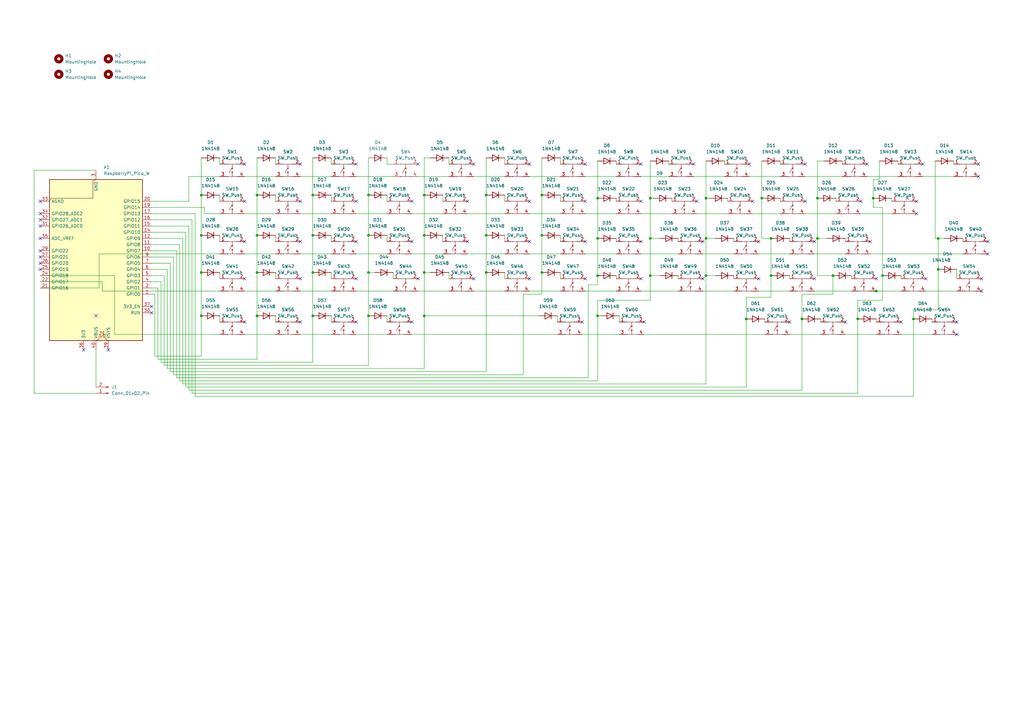
<source format=kicad_sch>
(kicad_sch (version 20250114) (generator "eeschema") (generator_version "9.0")
  (paper "A3")
  (title_block (title "Pico Portfolio Keyboard") (rev "1") (company "Mark McGookin"))
  (junction (at 222.25 80.01))
  (junction (at 199.39 96.52))
  (junction (at 335.28 81.28))
  (junction (at 245.11 81.28))
  (junction (at 173.99 80.01))
  (junction (at 266.7 97.79))
  (junction (at 82.55 129.54))
  (junction (at 151.13 129.54))
  (junction (at 151.13 80.01))
  (junction (at 222.25 96.52))
  (junction (at 105.41 111.76))
  (junction (at 361.95 113.03))
  (junction (at 289.56 81.28))
  (junction (at 173.99 129.54))
  (junction (at 306.07 130.81))
  (junction (at 151.13 111.76))
  (junction (at 384.81 97.79))
  (junction (at 105.41 96.52))
  (junction (at 128.27 129.54))
  (junction (at 374.65 130.81))
  (junction (at 173.99 111.76))
  (junction (at 173.99 96.52))
  (junction (at 128.27 96.52))
  (junction (at 328.93 130.81))
  (junction (at 384.81 110.49))
  (junction (at 266.7 113.03))
  (junction (at 128.27 111.76))
  (junction (at 245.11 97.79))
  (junction (at 359.41 119.38))
  (junction (at 199.39 80.01))
  (junction (at 341.63 113.03))
  (junction (at 82.55 111.76))
  (junction (at 266.7 81.28))
  (junction (at 316.23 97.79))
  (junction (at 289.56 113.03))
  (junction (at 245.11 129.54))
  (junction (at 151.13 96.52))
  (junction (at 105.41 80.01))
  (junction (at 351.79 130.81))
  (junction (at 316.23 113.03))
  (junction (at 358.14 81.28))
  (junction (at 222.25 111.76))
  (junction (at 199.39 111.76))
  (junction (at 82.55 80.01))
  (junction (at 289.56 97.79))
  (junction (at 128.27 80.01))
  (junction (at 105.41 129.54))
  (junction (at 335.28 97.79))
  (junction (at 312.42 81.28))
  (junction (at 82.55 96.52))
  (junction (at 245.11 113.03))
  (no_connect (at 146.05 114.3))
  (no_connect (at 284.48 67.31))
  (no_connect (at 62.23 125.73))
  (no_connect (at 353.06 82.55))
  (no_connect (at 191.77 99.06))
  (no_connect (at 217.17 114.3))
  (no_connect (at 100.33 99.06))
  (no_connect (at 16.51 90.17))
  (no_connect (at 405.13 104.14))
  (no_connect (at 308.61 82.55))
  (no_connect (at 402.59 114.3))
  (no_connect (at 355.6 67.31))
  (no_connect (at 100.33 67.31))
  (no_connect (at 392.43 137.16))
  (no_connect (at 123.19 99.06))
  (no_connect (at 240.03 99.06))
  (no_connect (at 356.87 99.06))
  (no_connect (at 285.75 82.55))
  (no_connect (at 16.51 97.79))
  (no_connect (at 330.2 82.55))
  (no_connect (at 375.92 82.55))
  (no_connect (at 288.29 99.06))
  (no_connect (at 401.32 67.31))
  (no_connect (at 359.41 114.3))
  (no_connect (at 238.76 132.08))
  (no_connect (at 123.19 82.55))
  (no_connect (at 288.29 114.3))
  (no_connect (at 16.51 107.95))
  (no_connect (at 168.91 99.06))
  (no_connect (at 307.34 67.31))
  (no_connect (at 240.03 114.3))
  (no_connect (at 16.51 110.49))
  (no_connect (at 378.46 67.31))
  (no_connect (at 334.01 114.3))
  (no_connect (at 330.2 67.31))
  (no_connect (at 217.17 82.55))
  (no_connect (at 146.05 99.06))
  (no_connect (at 171.45 114.3))
  (no_connect (at 264.16 132.08))
  (no_connect (at 16.51 82.55))
  (no_connect (at 168.91 132.08))
  (no_connect (at 369.57 132.08))
  (no_connect (at 401.32 72.39))
  (no_connect (at 123.19 114.3))
  (no_connect (at 100.33 132.08))
  (no_connect (at 262.89 67.31))
  (no_connect (at 311.15 99.06))
  (no_connect (at 16.51 105.41))
  (no_connect (at 123.19 132.08))
  (no_connect (at 323.85 132.08))
  (no_connect (at 194.31 114.3))
  (no_connect (at 240.03 67.31))
  (no_connect (at 16.51 92.71))
  (no_connect (at 379.73 114.3))
  (no_connect (at 311.15 114.3))
  (no_connect (at 262.89 82.55))
  (no_connect (at 402.59 119.38))
  (no_connect (at 375.92 87.63))
  (no_connect (at 217.17 67.31))
  (no_connect (at 262.89 114.3))
  (no_connect (at 100.33 82.55))
  (no_connect (at 100.33 114.3))
  (no_connect (at 392.43 132.08))
  (no_connect (at 146.05 67.31))
  (no_connect (at 262.89 99.06))
  (no_connect (at 334.01 99.06))
  (no_connect (at 191.77 82.55))
  (no_connect (at 194.31 67.31))
  (no_connect (at 62.23 128.27))
  (no_connect (at 217.17 99.06))
  (no_connect (at 39.37 129.54))
  (no_connect (at 44.45 143.51))
  (no_connect (at 34.29 143.51))
  (no_connect (at 16.51 102.87))
  (no_connect (at 16.51 87.63))
  (no_connect (at 146.05 132.08))
  (no_connect (at 171.45 67.31))
  (no_connect (at 346.71 132.08))
  (no_connect (at 240.03 82.55))
  (no_connect (at 146.05 82.55))
  (no_connect (at 123.19 67.31))
  (no_connect (at 372.11 81.28))
  (no_connect (at 168.91 82.55))
  (no_connect (at 405.13 99.06))
  (wire (pts (xy 266.7 66.04) (xy 266.7 81.28)))
  (wire (pts (xy 100.33 72.39) (xy 113.03 72.39)))
  (wire (pts (xy 266.7 81.28) (xy 267.97 81.28)))
  (wire (pts (xy 173.99 129.54) (xy 173.99 151.13)))
  (wire (pts (xy 181.61 80.01) (xy 181.61 82.55)))
  (wire (pts (xy 308.61 87.63) (xy 320.04 87.63)))
  (wire (pts (xy 62.23 100.33) (xy 73.66 100.33)))
  (wire (pts (xy 300.99 97.79) (xy 300.99 99.06)))
  (wire (pts (xy 284.48 72.39) (xy 297.18 72.39)))
  (wire (pts (xy 245.11 156.21) (xy 245.11 129.54)))
  (wire (pts (xy 113.03 64.77) (xy 113.03 67.31)))
  (wire (pts (xy 361.95 113.03) (xy 361.95 85.09)))
  (wire (pts (xy 83.82 85.09) (xy 83.82 87.63)))
  (wire (pts (xy 238.76 137.16) (xy 254 137.16)))
  (wire (pts (xy 135.89 64.77) (xy 135.89 67.31)))
  (wire (pts (xy 278.13 97.79) (xy 278.13 99.06)))
  (wire (pts (xy 16.51 113.03) (xy 46.99 113.03)))
  (wire (pts (xy 342.9 81.28) (xy 342.9 82.55)))
  (wire (pts (xy 41.91 119.38) (xy 90.17 119.38)))
  (wire (pts (xy 158.75 67.31) (xy 161.29 67.31)))
  (wire (pts (xy 39.37 69.85) (xy 13.97 69.85)))
  (wire (pts (xy 184.15 111.76) (xy 184.15 114.3)))
  (wire (pts (xy 62.23 90.17) (xy 78.74 90.17)))
  (wire (pts (xy 361.95 123.19) (xy 361.95 113.03)))
  (wire (pts (xy 335.28 66.04) (xy 337.82 66.04)))
  (wire (pts (xy 68.58 151.13) (xy 173.99 151.13)))
  (wire (pts (xy 328.93 130.81) (xy 328.93 120.65)))
  (wire (pts (xy 168.91 137.16) (xy 228.6 137.16)))
  (wire (pts (xy 123.19 137.16) (xy 135.89 137.16)))
  (wire (pts (xy 199.39 152.4) (xy 199.39 111.76)))
  (wire (pts (xy 90.17 96.52) (xy 90.17 99.06)))
  (wire (pts (xy 252.73 97.79) (xy 252.73 99.06)))
  (wire (pts (xy 16.51 118.11) (xy 40.64 118.11)))
  (wire (pts (xy 351.79 161.29) (xy 351.79 130.81)))
  (wire (pts (xy 240.03 72.39) (xy 252.73 72.39)))
  (wire (pts (xy 335.28 113.03) (xy 341.63 113.03)))
  (wire (pts (xy 228.6 129.54) (xy 228.6 132.08)))
  (wire (pts (xy 158.75 96.52) (xy 158.75 99.06)))
  (wire (pts (xy 351.79 123.19) (xy 361.95 123.19)))
  (wire (pts (xy 194.31 72.39) (xy 207.01 72.39)))
  (wire (pts (xy 266.7 97.79) (xy 270.51 97.79)))
  (wire (pts (xy 62.23 115.57) (xy 66.04 115.57)))
  (wire (pts (xy 173.99 111.76) (xy 173.99 129.54)))
  (wire (pts (xy 245.11 97.79) (xy 245.11 113.03)))
  (wire (pts (xy 135.89 129.54) (xy 135.89 132.08)))
  (wire (pts (xy 77.47 92.71) (xy 77.47 160.02)))
  (wire (pts (xy 378.46 72.39) (xy 391.16 72.39)))
  (wire (pts (xy 359.41 119.38) (xy 369.57 119.38)))
  (wire (pts (xy 312.42 97.79) (xy 316.23 97.79)))
  (wire (pts (xy 275.59 81.28) (xy 275.59 82.55)))
  (wire (pts (xy 252.73 113.03) (xy 252.73 114.3)))
  (wire (pts (xy 214.63 153.67) (xy 214.63 120.65)))
  (wire (pts (xy 346.71 97.79) (xy 346.71 99.06)))
  (wire (pts (xy 72.39 154.94) (xy 241.3 154.94)))
  (wire (pts (xy 82.55 80.01) (xy 82.55 96.52)))
  (wire (pts (xy 146.05 119.38) (xy 161.29 119.38)))
  (wire (pts (xy 40.64 104.14) (xy 90.17 104.14)))
  (wire (pts (xy 62.23 110.49) (xy 68.58 110.49)))
  (wire (pts (xy 241.3 154.94) (xy 241.3 116.84)))
  (wire (pts (xy 383.54 66.04) (xy 383.54 97.79)))
  (wire (pts (xy 288.29 119.38) (xy 300.99 119.38)))
  (wire (pts (xy 356.87 104.14) (xy 394.97 104.14)))
  (wire (pts (xy 82.55 146.05) (xy 82.55 129.54)))
  (wire (pts (xy 100.33 137.16) (xy 113.03 137.16)))
  (wire (pts (xy 361.95 85.09) (xy 358.14 85.09)))
  (wire (pts (xy 289.56 81.28) (xy 290.83 81.28)))
  (wire (pts (xy 334.01 104.14) (xy 346.71 104.14)))
  (wire (pts (xy 82.55 111.76) (xy 82.55 129.54)))
  (wire (pts (xy 176.53 111.76) (xy 173.99 111.76)))
  (wire (pts (xy 73.66 100.33) (xy 73.66 156.21)))
  (wire (pts (xy 62.23 102.87) (xy 72.39 102.87)))
  (wire (pts (xy 62.23 105.41) (xy 71.12 105.41)))
  (wire (pts (xy 128.27 111.76) (xy 128.27 129.54)))
  (wire (pts (xy 306.07 130.81) (xy 306.07 158.75)))
  (wire (pts (xy 217.17 104.14) (xy 229.87 104.14)))
  (wire (pts (xy 384.81 127) (xy 374.65 127)))
  (wire (pts (xy 161.29 111.76) (xy 161.29 114.3)))
  (wire (pts (xy 346.71 137.16) (xy 359.41 137.16)))
  (wire (pts (xy 16.51 115.57) (xy 41.91 115.57)))
  (wire (pts (xy 245.11 81.28) (xy 245.11 97.79)))
  (wire (pts (xy 368.3 66.04) (xy 368.3 67.31)))
  (wire (pts (xy 66.04 115.57) (xy 66.04 148.59)))
  (wire (pts (xy 240.03 119.38) (xy 252.73 119.38)))
  (wire (pts (xy 82.55 64.77) (xy 82.55 80.01)))
  (wire (pts (xy 320.04 81.28) (xy 320.04 82.55)))
  (wire (pts (xy 349.25 113.03) (xy 349.25 114.3)))
  (wire (pts (xy 46.99 137.16) (xy 90.17 137.16)))
  (wire (pts (xy 151.13 64.77) (xy 151.13 80.01)))
  (wire (pts (xy 77.47 160.02) (xy 328.93 160.02)))
  (wire (pts (xy 323.85 137.16) (xy 336.55 137.16)))
  (wire (pts (xy 105.41 96.52) (xy 105.41 111.76)))
  (wire (pts (xy 328.93 120.65) (xy 341.63 120.65)))
  (wire (pts (xy 72.39 102.87) (xy 72.39 154.94)))
  (wire (pts (xy 13.97 69.85) (xy 13.97 161.29)))
  (wire (pts (xy 90.17 80.01) (xy 90.17 82.55)))
  (wire (pts (xy 207.01 96.52) (xy 207.01 99.06)))
  (wire (pts (xy 100.33 119.38) (xy 113.03 119.38)))
  (wire (pts (xy 356.87 119.38) (xy 359.41 119.38)))
  (wire (pts (xy 69.85 107.95) (xy 69.85 152.4)))
  (wire (pts (xy 146.05 104.14) (xy 158.75 104.14)))
  (wire (pts (xy 217.17 72.39) (xy 229.87 72.39)))
  (wire (pts (xy 78.74 161.29) (xy 351.79 161.29)))
  (wire (pts (xy 229.87 64.77) (xy 229.87 67.31)))
  (wire (pts (xy 262.89 119.38) (xy 278.13 119.38)))
  (wire (pts (xy 222.25 96.52) (xy 222.25 111.76)))
  (wire (pts (xy 62.23 85.09) (xy 83.82 85.09)))
  (wire (pts (xy 80.01 87.63) (xy 80.01 162.56)))
  (wire (pts (xy 382.27 130.81) (xy 382.27 132.08)))
  (wire (pts (xy 220.98 129.54) (xy 173.99 129.54)))
  (wire (pts (xy 374.65 127) (xy 374.65 130.81)))
  (wire (pts (xy 369.57 137.16) (xy 382.27 137.16)))
  (wire (pts (xy 313.69 130.81) (xy 313.69 132.08)))
  (wire (pts (xy 184.15 64.77) (xy 184.15 67.31)))
  (wire (pts (xy 288.29 104.14) (xy 300.99 104.14)))
  (wire (pts (xy 105.41 111.76) (xy 105.41 129.54)))
  (wire (pts (xy 217.17 87.63) (xy 229.87 87.63)))
  (wire (pts (xy 67.31 113.03) (xy 67.31 149.86)))
  (wire (pts (xy 353.06 87.63) (xy 365.76 87.63)))
  (wire (pts (xy 128.27 96.52) (xy 128.27 111.76)))
  (wire (pts (xy 123.19 119.38) (xy 135.89 119.38)))
  (wire (pts (xy 151.13 96.52) (xy 151.13 111.76)))
  (wire (pts (xy 113.03 80.01) (xy 113.03 82.55)))
  (wire (pts (xy 63.5 120.65) (xy 63.5 146.05)))
  (wire (pts (xy 360.68 66.04) (xy 360.68 73.66)))
  (wire (pts (xy 240.03 87.63) (xy 252.73 87.63)))
  (wire (pts (xy 173.99 64.77) (xy 173.99 80.01)))
  (wire (pts (xy 335.28 81.28) (xy 335.28 66.04)))
  (wire (pts (xy 62.23 82.55) (xy 77.47 82.55)))
  (wire (pts (xy 62.23 113.03) (xy 67.31 113.03)))
  (wire (pts (xy 146.05 87.63) (xy 158.75 87.63)))
  (wire (pts (xy 306.07 121.92) (xy 316.23 121.92)))
  (wire (pts (xy 66.04 148.59) (xy 128.27 148.59)))
  (wire (pts (xy 113.03 129.54) (xy 113.03 132.08)))
  (wire (pts (xy 335.28 81.28) (xy 335.28 97.79)))
  (wire (pts (xy 316.23 121.92) (xy 316.23 113.03)))
  (wire (pts (xy 105.41 64.77) (xy 105.41 80.01)))
  (wire (pts (xy 374.65 162.56) (xy 374.65 130.81)))
  (wire (pts (xy 384.81 97.79) (xy 384.81 110.49)))
  (wire (pts (xy 68.58 110.49) (xy 68.58 151.13)))
  (wire (pts (xy 369.57 113.03) (xy 369.57 114.3)))
  (wire (pts (xy 320.04 66.04) (xy 320.04 67.31)))
  (wire (pts (xy 252.73 66.04) (xy 252.73 67.31)))
  (wire (pts (xy 278.13 113.03) (xy 278.13 114.3)))
  (wire (pts (xy 199.39 64.77) (xy 199.39 80.01)))
  (wire (pts (xy 217.17 119.38) (xy 229.87 119.38)))
  (wire (pts (xy 207.01 111.76) (xy 207.01 114.3)))
  (wire (pts (xy 222.25 64.77) (xy 222.25 80.01)))
  (wire (pts (xy 90.17 129.54) (xy 90.17 132.08)))
  (wire (pts (xy 41.91 115.57) (xy 41.91 119.38)))
  (wire (pts (xy 113.03 111.76) (xy 113.03 114.3)))
  (wire (pts (xy 323.85 113.03) (xy 323.85 114.3)))
  (wire (pts (xy 351.79 130.81) (xy 351.79 123.19)))
  (wire (pts (xy 262.89 87.63) (xy 275.59 87.63)))
  (wire (pts (xy 135.89 80.01) (xy 135.89 82.55)))
  (wire (pts (xy 199.39 80.01) (xy 199.39 96.52)))
  (wire (pts (xy 135.89 111.76) (xy 135.89 114.3)))
  (wire (pts (xy 76.2 95.25) (xy 76.2 158.75)))
  (wire (pts (xy 266.7 81.28) (xy 266.7 97.79)))
  (wire (pts (xy 13.97 161.29) (xy 39.37 161.29)))
  (wire (pts (xy 168.91 104.14) (xy 181.61 104.14)))
  (wire (pts (xy 297.18 66.04) (xy 297.18 67.31)))
  (wire (pts (xy 245.11 116.84) (xy 245.11 113.03)))
  (wire (pts (xy 90.17 64.77) (xy 90.17 67.31)))
  (wire (pts (xy 312.42 81.28) (xy 312.42 97.79)))
  (wire (pts (xy 62.23 97.79) (xy 74.93 97.79)))
  (wire (pts (xy 252.73 81.28) (xy 252.73 82.55)))
  (wire (pts (xy 158.75 64.77) (xy 158.75 67.31)))
  (wire (pts (xy 62.23 87.63) (xy 80.01 87.63)))
  (wire (pts (xy 392.43 110.49) (xy 392.43 114.3)))
  (wire (pts (xy 262.89 104.14) (xy 278.13 104.14)))
  (wire (pts (xy 128.27 80.01) (xy 128.27 96.52)))
  (wire (pts (xy 359.41 130.81) (xy 359.41 132.08)))
  (wire (pts (xy 341.63 120.65) (xy 341.63 113.03)))
  (wire (pts (xy 264.16 137.16) (xy 313.69 137.16)))
  (wire (pts (xy 328.93 160.02) (xy 328.93 130.81)))
  (wire (pts (xy 123.19 72.39) (xy 135.89 72.39)))
  (wire (pts (xy 83.82 87.63) (xy 90.17 87.63)))
  (wire (pts (xy 289.56 81.28) (xy 289.56 97.79)))
  (wire (pts (xy 289.56 97.79) (xy 289.56 113.03)))
  (wire (pts (xy 90.17 111.76) (xy 90.17 114.3)))
  (wire (pts (xy 298.45 81.28) (xy 298.45 82.55)))
  (wire (pts (xy 64.77 118.11) (xy 64.77 147.32)))
  (wire (pts (xy 100.33 104.14) (xy 113.03 104.14)))
  (wire (pts (xy 360.68 73.66) (xy 358.14 73.66)))
  (wire (pts (xy 46.99 113.03) (xy 46.99 137.16)))
  (wire (pts (xy 335.28 97.79) (xy 335.28 113.03)))
  (wire (pts (xy 151.13 80.01) (xy 151.13 96.52)))
  (wire (pts (xy 336.55 130.81) (xy 336.55 132.08)))
  (wire (pts (xy 240.03 104.14) (xy 252.73 104.14)))
  (wire (pts (xy 39.37 143.51) (xy 39.37 158.75)))
  (wire (pts (xy 330.2 87.63) (xy 342.9 87.63)))
  (wire (pts (xy 316.23 97.79) (xy 316.23 113.03)))
  (wire (pts (xy 229.87 80.01) (xy 229.87 82.55)))
  (wire (pts (xy 151.13 149.86) (xy 151.13 129.54)))
  (wire (pts (xy 82.55 96.52) (xy 82.55 111.76)))
  (wire (pts (xy 113.03 96.52) (xy 113.03 99.06)))
  (wire (pts (xy 245.11 123.19) (xy 266.7 123.19)))
  (wire (pts (xy 270.51 113.03) (xy 266.7 113.03)))
  (wire (pts (xy 289.56 113.03) (xy 293.37 113.03)))
  (wire (pts (xy 67.31 149.86) (xy 151.13 149.86)))
  (wire (pts (xy 323.85 97.79) (xy 323.85 99.06)))
  (wire (pts (xy 285.75 87.63) (xy 298.45 87.63)))
  (wire (pts (xy 128.27 64.77) (xy 128.27 80.01)))
  (wire (pts (xy 266.7 113.03) (xy 266.7 97.79)))
  (wire (pts (xy 262.89 72.39) (xy 274.32 72.39)))
  (wire (pts (xy 199.39 96.52) (xy 199.39 111.76)))
  (wire (pts (xy 62.23 95.25) (xy 76.2 95.25)))
  (wire (pts (xy 358.14 73.66) (xy 358.14 81.28)))
  (wire (pts (xy 266.7 123.19) (xy 266.7 113.03)))
  (wire (pts (xy 307.34 72.39) (xy 320.04 72.39)))
  (wire (pts (xy 168.91 87.63) (xy 181.61 87.63)))
  (wire (pts (xy 306.07 121.92) (xy 306.07 130.81)))
  (wire (pts (xy 222.25 80.01) (xy 222.25 96.52)))
  (wire (pts (xy 229.87 111.76) (xy 229.87 114.3)))
  (wire (pts (xy 71.12 153.67) (xy 214.63 153.67)))
  (wire (pts (xy 74.93 97.79) (xy 74.93 157.48)))
  (wire (pts (xy 311.15 104.14) (xy 323.85 104.14)))
  (wire (pts (xy 158.75 80.01) (xy 158.75 82.55)))
  (wire (pts (xy 105.41 80.01) (xy 105.41 96.52)))
  (wire (pts (xy 181.61 96.52) (xy 181.61 99.06)))
  (wire (pts (xy 191.77 104.14) (xy 207.01 104.14)))
  (wire (pts (xy 146.05 137.16) (xy 158.75 137.16)))
  (wire (pts (xy 245.11 66.04) (xy 245.11 81.28)))
  (wire (pts (xy 171.45 119.38) (xy 184.15 119.38)))
  (wire (pts (xy 383.54 97.79) (xy 384.81 97.79)))
  (wire (pts (xy 289.56 157.48) (xy 289.56 113.03)))
  (wire (pts (xy 330.2 72.39) (xy 345.44 72.39)))
  (wire (pts (xy 312.42 66.04) (xy 312.42 81.28)))
  (wire (pts (xy 123.19 87.63) (xy 135.89 87.63)))
  (wire (pts (xy 64.77 147.32) (xy 105.41 147.32)))
  (wire (pts (xy 71.12 105.41) (xy 71.12 153.67)))
  (wire (pts (xy 289.56 97.79) (xy 293.37 97.79)))
  (wire (pts (xy 194.31 119.38) (xy 207.01 119.38)))
  (wire (pts (xy 158.75 129.54) (xy 158.75 132.08)))
  (wire (pts (xy 74.93 157.48) (xy 289.56 157.48)))
  (wire (pts (xy 245.11 129.54) (xy 245.11 123.19)))
  (wire (pts (xy 40.64 118.11) (xy 40.64 104.14)))
  (wire (pts (xy 191.77 87.63) (xy 207.01 87.63)))
  (wire (pts (xy 80.01 162.56) (xy 374.65 162.56)))
  (wire (pts (xy 384.81 110.49) (xy 384.81 127)))
  (wire (pts (xy 73.66 156.21) (xy 245.11 156.21)))
  (wire (pts (xy 384.81 97.79) (xy 387.35 97.79)))
  (wire (pts (xy 62.23 120.65) (xy 63.5 120.65)))
  (wire (pts (xy 379.73 119.38) (xy 392.43 119.38)))
  (wire (pts (xy 77.47 72.39) (xy 90.17 72.39)))
  (wire (pts (xy 173.99 80.01) (xy 173.99 96.52)))
  (wire (pts (xy 391.16 66.04) (xy 391.16 67.31)))
  (wire (pts (xy 77.47 82.55) (xy 77.47 72.39)))
  (wire (pts (xy 229.87 96.52) (xy 229.87 99.06)))
  (wire (pts (xy 345.44 66.04) (xy 345.44 67.31)))
  (wire (pts (xy 365.76 81.28) (xy 365.76 82.55)))
  (wire (pts (xy 274.32 66.04) (xy 274.32 67.31)))
  (wire (pts (xy 76.2 158.75) (xy 306.07 158.75)))
  (wire (pts (xy 173.99 111.76) (xy 173.99 96.52)))
  (wire (pts (xy 62.23 92.71) (xy 77.47 92.71)))
  (wire (pts (xy 241.3 116.84) (xy 245.11 116.84)))
  (wire (pts (xy 100.33 87.63) (xy 113.03 87.63)))
  (wire (pts (xy 151.13 111.76) (xy 153.67 111.76)))
  (wire (pts (xy 128.27 148.59) (xy 128.27 129.54)))
  (wire (pts (xy 176.53 64.77) (xy 173.99 64.77)))
  (wire (pts (xy 214.63 120.65) (xy 222.25 120.65)))
  (wire (pts (xy 151.13 129.54) (xy 151.13 111.76)))
  (wire (pts (xy 62.23 118.11) (xy 64.77 118.11)))
  (wire (pts (xy 123.19 104.14) (xy 135.89 104.14)))
  (wire (pts (xy 69.85 152.4) (xy 199.39 152.4)))
  (wire (pts (xy 62.23 107.95) (xy 69.85 107.95)))
  (wire (pts (xy 105.41 147.32) (xy 105.41 129.54)))
  (wire (pts (xy 311.15 119.38) (xy 323.85 119.38)))
  (wire (pts (xy 207.01 64.77) (xy 207.01 67.31)))
  (wire (pts (xy 207.01 80.01) (xy 207.01 82.55)))
  (wire (pts (xy 355.6 72.39) (xy 368.3 72.39)))
  (wire (pts (xy 335.28 97.79) (xy 339.09 97.79)))
  (wire (pts (xy 334.01 119.38) (xy 349.25 119.38)))
  (wire (pts (xy 222.25 120.65) (xy 222.25 111.76)))
  (wire (pts (xy 358.14 85.09) (xy 358.14 81.28)))
  (wire (pts (xy 246.38 129.54) (xy 245.11 129.54)))
  (wire (pts (xy 254 129.54) (xy 254 132.08)))
  (wire (pts (xy 146.05 72.39) (xy 161.29 72.39)))
  (wire (pts (xy 289.56 66.04) (xy 289.56 81.28)))
  (wire (pts (xy 63.5 146.05) (xy 82.55 146.05)))
  (wire (pts (xy 300.99 113.03) (xy 300.99 114.3)))
  (wire (pts (xy 78.74 90.17) (xy 78.74 161.29)))
  (wire (pts (xy 135.89 96.52) (xy 135.89 99.06)))
  (wire (pts (xy 394.97 97.79) (xy 394.97 99.06)))
  (wire (pts (xy 171.45 72.39) (xy 184.15 72.39)))
  (symbol (lib_id "Switch:K2-1157SP-I4SW-01") (at 212.09 116.84 0) (unit 1)
    (property "Reference" "SW46" (at 212.09 109.22 0))
    (property "Value" "SW_Push" (at 212.09 111.76 0))
    (property "Footprint" "ProLib_pcs_2025-04-24 (1):SW-SMD_4P-L6.2-W6.2-P4.50-LS8.6" (effects (hide yes)))
    (property "Datasheet" "https://atta.szlcsc.com/upload/public/pdf/source/20201126/C961749_218A2F69E555D41CA60A37E600B1C6AE.pdf" (effects (hide yes)))
    (property "Description" "Circuit:- Self Lock / No Lock:- Actuator Style:Round Button IP Rating:- Mounting Style:Brick nogging Contact Current:50mA Voltage Rating (AC):- Voltage Rating (DC):12V Insulation Resistance:- Actuator/Cap Color:Red With Lamp:不带 Pin Style:Gull Wing Operati" (effects (hide yes)))
    (property "Manufacturer Part" "K2-1157SP-I4SW-01" (effects (hide yes)))
    (property "Manufacturer" "韩国韩荣" (effects (hide yes)))
    (property "Supplier Part" "C2909692" (effects (hide yes)))
    (property "Supplier" "LCSC" (effects (hide yes)))
    (property "LCSC Part Name" "6.4x6.2x3.7红柄开关" (effects (hide yes)))
  )
  (symbol (lib_id "Mechanical:MountingHole") (at 24.13 24.13 0) (unit 1) (in_bom no)
    (property "Reference" "H1" (at 26.67 22.8599 0) (effects (justify left)))
    (property "Value" "MountingHole" (at 26.67 25.3999 0) (effects (justify left)))
    (property "Footprint" "MountingHole:MountingHole_2.7mm" (effects (hide yes)))
    (property "Description" "Mounting Hole without connection" (effects (hide yes)))
  )
  (symbol (lib_id "Diode:1N4148") (at 132.08 80.01 180) (unit 1)
    (property "Reference" "D17" (at 132.08 73.66 0))
    (property "Value" "1N4148" (at 132.08 76.2 0))
    (property "Footprint" "Diode_THT:D_DO-35_SOD27_P7.62mm_Horizontal" (effects (hide yes)))
    (property "Datasheet" "https://assets.nexperia.com/documents/data-sheet/1N4148_1N4448.pdf" (effects (hide yes)))
    (property "Description" "100V 0.15A standard switching diode, DO-35" (effects (hide yes)))
    (property "Sim.Device" "D" (effects (hide yes)))
    (property "Sim.Pins" "1=K 2=A" (effects (hide yes)))
  )
  (symbol (lib_id "Switch:K2-1157SP-I4SW-01") (at 140.97 116.84 0) (unit 1)
    (property "Reference" "SW43" (at 140.97 109.22 0))
    (property "Value" "SW_Push" (at 140.97 111.76 0))
    (property "Footprint" "ProLib_pcs_2025-04-24 (1):SW-SMD_4P-L6.2-W6.2-P4.50-LS8.6" (effects (hide yes)))
    (property "Datasheet" "https://atta.szlcsc.com/upload/public/pdf/source/20201126/C961749_218A2F69E555D41CA60A37E600B1C6AE.pdf" (effects (hide yes)))
    (property "Description" "Circuit:- Self Lock / No Lock:- Actuator Style:Round Button IP Rating:- Mounting Style:Brick nogging Contact Current:50mA Voltage Rating (AC):- Voltage Rating (DC):12V Insulation Resistance:- Actuator/Cap Color:Red With Lamp:不带 Pin Style:Gull Wing Operati" (effects (hide yes)))
    (property "Manufacturer Part" "K2-1157SP-I4SW-01" (effects (hide yes)))
    (property "Manufacturer" "韩国韩荣" (effects (hide yes)))
    (property "Supplier Part" "C2909692" (effects (hide yes)))
    (property "Supplier" "LCSC" (effects (hide yes)))
    (property "LCSC Part Name" "6.4x6.2x3.7红柄开关" (effects (hide yes)))
  )
  (symbol (lib_id "Switch:K2-1157SP-I4SW-01") (at 95.25 69.85 0) (unit 1)
    (property "Reference" "SW1" (at 95.25 62.23 0))
    (property "Value" "SW_Push" (at 95.25 64.77 0))
    (property "Footprint" "ProLib_pcs_2025-04-24 (1):SW-SMD_4P-L6.2-W6.2-P4.50-LS8.6" (effects (hide yes)))
    (property "Datasheet" "https://atta.szlcsc.com/upload/public/pdf/source/20201126/C961749_218A2F69E555D41CA60A37E600B1C6AE.pdf" (effects (hide yes)))
    (property "Description" "Circuit:- Self Lock / No Lock:- Actuator Style:Round Button IP Rating:- Mounting Style:Brick nogging Contact Current:50mA Voltage Rating (AC):- Voltage Rating (DC):12V Insulation Resistance:- Actuator/Cap Color:Red With Lamp:不带 Pin Style:Gull Wing Operati" (effects (hide yes)))
    (property "Manufacturer Part" "K2-1157SP-I4SW-01" (effects (hide yes)))
    (property "Manufacturer" "韩国韩荣" (effects (hide yes)))
    (property "Supplier Part" "C2909692" (effects (hide yes)))
    (property "Supplier" "LCSC" (effects (hide yes)))
    (property "LCSC Part Name" "6.4x6.2x3.7红柄开关" (effects (hide yes)))
  )
  (symbol (lib_id "Diode:1N4148") (at 316.23 81.28 180) (unit 1)
    (property "Reference" "D25" (at 316.23 74.93 0))
    (property "Value" "1N4148" (at 316.23 77.47 0))
    (property "Footprint" "Diode_THT:D_DO-35_SOD27_P7.62mm_Horizontal" (effects (hide yes)))
    (property "Datasheet" "https://assets.nexperia.com/documents/data-sheet/1N4148_1N4448.pdf" (effects (hide yes)))
    (property "Description" "100V 0.15A standard switching diode, DO-35" (effects (hide yes)))
    (property "Sim.Device" "D" (effects (hide yes)))
    (property "Sim.Pins" "1=K 2=A" (effects (hide yes)))
  )
  (symbol (lib_id "Diode:1N4148") (at 226.06 96.52 180) (unit 1)
    (property "Reference" "D34" (at 226.06 90.17 0))
    (property "Value" "1N4148" (at 226.06 92.71 0))
    (property "Footprint" "Diode_THT:D_DO-35_SOD27_P7.62mm_Horizontal" (effects (hide yes)))
    (property "Datasheet" "https://assets.nexperia.com/documents/data-sheet/1N4148_1N4448.pdf" (effects (hide yes)))
    (property "Description" "100V 0.15A standard switching diode, DO-35" (effects (hide yes)))
    (property "Sim.Device" "D" (effects (hide yes)))
    (property "Sim.Pins" "1=K 2=A" (effects (hide yes)))
  )
  (symbol (lib_id "Diode:1N4148") (at 391.16 97.79 180) (unit 1)
    (property "Reference" "D40" (at 391.16 91.44 0))
    (property "Value" "1N4148" (at 391.16 93.98 0))
    (property "Footprint" "Diode_THT:D_DO-35_SOD27_P7.62mm_Horizontal" (effects (hide yes)))
    (property "Datasheet" "https://assets.nexperia.com/documents/data-sheet/1N4148_1N4448.pdf" (effects (hide yes)))
    (property "Description" "100V 0.15A standard switching diode, DO-35" (effects (hide yes)))
    (property "Sim.Device" "D" (effects (hide yes)))
    (property "Sim.Pins" "1=K 2=A" (effects (hide yes)))
  )
  (symbol (lib_id "Diode:1N4148") (at 226.06 80.01 180) (unit 1)
    (property "Reference" "D21" (at 226.06 73.66 0))
    (property "Value" "1N4148" (at 226.06 76.2 0))
    (property "Footprint" "Diode_THT:D_DO-35_SOD27_P7.62mm_Horizontal" (effects (hide yes)))
    (property "Datasheet" "https://assets.nexperia.com/documents/data-sheet/1N4148_1N4448.pdf" (effects (hide yes)))
    (property "Description" "100V 0.15A standard switching diode, DO-35" (effects (hide yes)))
    (property "Sim.Device" "D" (effects (hide yes)))
    (property "Sim.Pins" "1=K 2=A" (effects (hide yes)))
  )
  (symbol (lib_id "Switch:K2-1157SP-I4SW-01") (at 347.98 85.09 0) (unit 1)
    (property "Reference" "SW26" (at 347.98 77.47 0))
    (property "Value" "SW_Push" (at 347.98 80.01 0))
    (property "Footprint" "ProLib_pcs_2025-04-24 (1):SW-SMD_4P-L6.2-W6.2-P4.50-LS8.6" (effects (hide yes)))
    (property "Datasheet" "https://atta.szlcsc.com/upload/public/pdf/source/20201126/C961749_218A2F69E555D41CA60A37E600B1C6AE.pdf" (effects (hide yes)))
    (property "Description" "Circuit:- Self Lock / No Lock:- Actuator Style:Round Button IP Rating:- Mounting Style:Brick nogging Contact Current:50mA Voltage Rating (AC):- Voltage Rating (DC):12V Insulation Resistance:- Actuator/Cap Color:Red With Lamp:不带 Pin Style:Gull Wing Operati" (effects (hide yes)))
    (property "Manufacturer Part" "K2-1157SP-I4SW-01" (effects (hide yes)))
    (property "Manufacturer" "韩国韩荣" (effects (hide yes)))
    (property "Supplier Part" "C2909692" (effects (hide yes)))
    (property "Supplier" "LCSC" (effects (hide yes)))
    (property "LCSC Part Name" "6.4x6.2x3.7红柄开关" (effects (hide yes)))
  )
  (symbol (lib_id "Diode:1N4148") (at 203.2 111.76 180) (unit 1)
    (property "Reference" "D46" (at 203.2 105.41 0))
    (property "Value" "1N4148" (at 203.2 107.95 0))
    (property "Footprint" "Diode_THT:D_DO-35_SOD27_P7.62mm_Horizontal" (effects (hide yes)))
    (property "Datasheet" "https://assets.nexperia.com/documents/data-sheet/1N4148_1N4448.pdf" (effects (hide yes)))
    (property "Description" "100V 0.15A standard switching diode, DO-35" (effects (hide yes)))
    (property "Sim.Device" "D" (effects (hide yes)))
    (property "Sim.Pins" "1=K 2=A" (effects (hide yes)))
  )
  (symbol (lib_id "Diode:1N4148") (at 271.78 81.28 180) (unit 1)
    (property "Reference" "D23" (at 271.78 74.93 0))
    (property "Value" "1N4148" (at 271.78 77.47 0))
    (property "Footprint" "Diode_THT:D_DO-35_SOD27_P7.62mm_Horizontal" (effects (hide yes)))
    (property "Datasheet" "https://assets.nexperia.com/documents/data-sheet/1N4148_1N4448.pdf" (effects (hide yes)))
    (property "Description" "100V 0.15A standard switching diode, DO-35" (effects (hide yes)))
    (property "Sim.Device" "D" (effects (hide yes)))
    (property "Sim.Pins" "1=K 2=A" (effects (hide yes)))
  )
  (symbol (lib_id "Switch:K2-1157SP-I4SW-01") (at 303.53 85.09 0) (unit 1)
    (property "Reference" "SW24" (at 303.53 77.47 0))
    (property "Value" "SW_Push" (at 303.53 80.01 0))
    (property "Footprint" "ProLib_pcs_2025-04-24 (1):SW-SMD_4P-L6.2-W6.2-P4.50-LS8.6" (effects (hide yes)))
    (property "Datasheet" "https://atta.szlcsc.com/upload/public/pdf/source/20201126/C961749_218A2F69E555D41CA60A37E600B1C6AE.pdf" (effects (hide yes)))
    (property "Description" "Circuit:- Self Lock / No Lock:- Actuator Style:Round Button IP Rating:- Mounting Style:Brick nogging Contact Current:50mA Voltage Rating (AC):- Voltage Rating (DC):12V Insulation Resistance:- Actuator/Cap Color:Red With Lamp:不带 Pin Style:Gull Wing Operati" (effects (hide yes)))
    (property "Manufacturer Part" "K2-1157SP-I4SW-01" (effects (hide yes)))
    (property "Manufacturer" "韩国韩荣" (effects (hide yes)))
    (property "Supplier Part" "C2909692" (effects (hide yes)))
    (property "Supplier" "LCSC" (effects (hide yes)))
    (property "LCSC Part Name" "6.4x6.2x3.7红柄开关" (effects (hide yes)))
  )
  (symbol (lib_id "Switch:K2-1157SP-I4SW-01") (at 257.81 101.6 0) (unit 1)
    (property "Reference" "SW35" (at 257.81 93.98 0))
    (property "Value" "SW_Push" (at 257.81 96.52 0))
    (property "Footprint" "ProLib_pcs_2025-04-24 (1):SW-SMD_4P-L6.2-W6.2-P4.50-LS8.6" (effects (hide yes)))
    (property "Datasheet" "https://atta.szlcsc.com/upload/public/pdf/source/20201126/C961749_218A2F69E555D41CA60A37E600B1C6AE.pdf" (effects (hide yes)))
    (property "Description" "Circuit:- Self Lock / No Lock:- Actuator Style:Round Button IP Rating:- Mounting Style:Brick nogging Contact Current:50mA Voltage Rating (AC):- Voltage Rating (DC):12V Insulation Resistance:- Actuator/Cap Color:Red With Lamp:不带 Pin Style:Gull Wing Operati" (effects (hide yes)))
    (property "Manufacturer Part" "K2-1157SP-I4SW-01" (effects (hide yes)))
    (property "Manufacturer" "韩国韩荣" (effects (hide yes)))
    (property "Supplier Part" "C2909692" (effects (hide yes)))
    (property "Supplier" "LCSC" (effects (hide yes)))
    (property "LCSC Part Name" "6.4x6.2x3.7红柄开关" (effects (hide yes)))
  )
  (symbol (lib_id "Diode:1N4148") (at 226.06 64.77 180) (unit 1)
    (property "Reference" "D7" (at 226.06 58.42 0))
    (property "Value" "1N4148" (at 226.06 60.96 0))
    (property "Footprint" "Diode_THT:D_DO-35_SOD27_P7.62mm_Horizontal" (effects (hide yes)))
    (property "Datasheet" "https://assets.nexperia.com/documents/data-sheet/1N4148_1N4448.pdf" (effects (hide yes)))
    (property "Description" "100V 0.15A standard switching diode, DO-35" (effects (hide yes)))
    (property "Sim.Device" "D" (effects (hide yes)))
    (property "Sim.Pins" "1=K 2=A" (effects (hide yes)))
  )
  (symbol (lib_id "Switch:K2-1157SP-I4SW-01") (at 234.95 69.85 0) (unit 1)
    (property "Reference" "SW7" (at 234.95 62.23 0))
    (property "Value" "SW_Push" (at 234.95 64.77 0))
    (property "Footprint" "ProLib_pcs_2025-04-24 (1):SW-SMD_4P-L6.2-W6.2-P4.50-LS8.6" (effects (hide yes)))
    (property "Datasheet" "https://atta.szlcsc.com/upload/public/pdf/source/20201126/C961749_218A2F69E555D41CA60A37E600B1C6AE.pdf" (effects (hide yes)))
    (property "Description" "Circuit:- Self Lock / No Lock:- Actuator Style:Round Button IP Rating:- Mounting Style:Brick nogging Contact Current:50mA Voltage Rating (AC):- Voltage Rating (DC):12V Insulation Resistance:- Actuator/Cap Color:Red With Lamp:不带 Pin Style:Gull Wing Operati" (effects (hide yes)))
    (property "Manufacturer Part" "K2-1157SP-I4SW-01" (effects (hide yes)))
    (property "Manufacturer" "韩国韩荣" (effects (hide yes)))
    (property "Supplier Part" "C2909692" (effects (hide yes)))
    (property "Supplier" "LCSC" (effects (hide yes)))
    (property "LCSC Part Name" "6.4x6.2x3.7红柄开关" (effects (hide yes)))
  )
  (symbol (lib_id "Switch:K2-1157SP-I4SW-01") (at 373.38 69.85 0) (unit 1)
    (property "Reference" "SW13" (at 373.38 62.23 0))
    (property "Value" "SW_Push" (at 373.38 64.77 0))
    (property "Footprint" "ProLib_pcs_2025-04-24 (1):SW-SMD_4P-L6.2-W6.2-P4.50-LS8.6" (effects (hide yes)))
    (property "Datasheet" "https://atta.szlcsc.com/upload/public/pdf/source/20201126/C961749_218A2F69E555D41CA60A37E600B1C6AE.pdf" (effects (hide yes)))
    (property "Description" "Circuit:- Self Lock / No Lock:- Actuator Style:Round Button IP Rating:- Mounting Style:Brick nogging Contact Current:50mA Voltage Rating (AC):- Voltage Rating (DC):12V Insulation Resistance:- Actuator/Cap Color:Red With Lamp:不带 Pin Style:Gull Wing Operati" (effects (hide yes)))
    (property "Manufacturer Part" "K2-1157SP-I4SW-01" (effects (hide yes)))
    (property "Manufacturer" "韩国韩荣" (effects (hide yes)))
    (property "Supplier Part" "C2909692" (effects (hide yes)))
    (property "Supplier" "LCSC" (effects (hide yes)))
    (property "LCSC Part Name" "6.4x6.2x3.7红柄开关" (effects (hide yes)))
  )
  (symbol (lib_id "Diode:1N4148") (at 274.32 97.79 180) (unit 1)
    (property "Reference" "D36" (at 274.32 91.44 0))
    (property "Value" "1N4148" (at 274.32 93.98 0))
    (property "Footprint" "Diode_THT:D_DO-35_SOD27_P7.62mm_Horizontal" (effects (hide yes)))
    (property "Datasheet" "https://assets.nexperia.com/documents/data-sheet/1N4148_1N4448.pdf" (effects (hide yes)))
    (property "Description" "100V 0.15A standard switching diode, DO-35" (effects (hide yes)))
    (property "Sim.Device" "D" (effects (hide yes)))
    (property "Sim.Pins" "1=K 2=A" (effects (hide yes)))
  )
  (symbol (lib_id "Diode:1N4148") (at 86.36 96.52 180) (unit 1)
    (property "Reference" "D28" (at 86.36 90.17 0))
    (property "Value" "1N4148" (at 86.36 92.71 0))
    (property "Footprint" "Diode_THT:D_DO-35_SOD27_P7.62mm_Horizontal" (effects (hide yes)))
    (property "Datasheet" "https://assets.nexperia.com/documents/data-sheet/1N4148_1N4448.pdf" (effects (hide yes)))
    (property "Description" "100V 0.15A standard switching diode, DO-35" (effects (hide yes)))
    (property "Sim.Device" "D" (effects (hide yes)))
    (property "Sim.Pins" "1=K 2=A" (effects (hide yes)))
  )
  (symbol (lib_id "Diode:1N4148") (at 154.94 64.77 180) (unit 1)
    (property "Reference" "D4" (at 154.94 58.42 0))
    (property "Value" "1N4148" (at 154.94 60.96 0))
    (property "Footprint" "Diode_THT:D_DO-35_SOD27_P7.62mm_Horizontal" (effects (hide yes)))
    (property "Datasheet" "https://assets.nexperia.com/documents/data-sheet/1N4148_1N4448.pdf" (effects (hide yes)))
    (property "Description" "100V 0.15A standard switching diode, DO-35" (effects (hide yes)))
    (property "Sim.Device" "D" (effects (hide yes)))
    (property "Sim.Pins" "1=K 2=A" (effects (hide yes)))
  )
  (symbol (lib_id "Switch:K2-1157SP-I4SW-01") (at 140.97 134.62 0) (unit 1)
    (property "Reference" "SW57" (at 140.97 127 0))
    (property "Value" "SW_Push" (at 140.97 129.54 0))
    (property "Footprint" "ProLib_pcs_2025-04-24 (1):SW-SMD_4P-L6.2-W6.2-P4.50-LS8.6" (effects (hide yes)))
    (property "Datasheet" "https://atta.szlcsc.com/upload/public/pdf/source/20201126/C961749_218A2F69E555D41CA60A37E600B1C6AE.pdf" (effects (hide yes)))
    (property "Description" "Circuit:- Self Lock / No Lock:- Actuator Style:Round Button IP Rating:- Mounting Style:Brick nogging Contact Current:50mA Voltage Rating (AC):- Voltage Rating (DC):12V Insulation Resistance:- Actuator/Cap Color:Red With Lamp:不带 Pin Style:Gull Wing Operati" (effects (hide yes)))
    (property "Manufacturer Part" "K2-1157SP-I4SW-01" (effects (hide yes)))
    (property "Manufacturer" "韩国韩荣" (effects (hide yes)))
    (property "Supplier Part" "C2909692" (effects (hide yes)))
    (property "Supplier" "LCSC" (effects (hide yes)))
    (property "LCSC Part Name" "6.4x6.2x3.7红柄开关" (effects (hide yes)))
  )
  (symbol (lib_id "Diode:1N4148") (at 157.48 111.76 180) (unit 1)
    (property "Reference" "D44" (at 157.48 105.41 0))
    (property "Value" "1N4148" (at 157.48 107.95 0))
    (property "Footprint" "Diode_THT:D_DO-35_SOD27_P7.62mm_Horizontal" (effects (hide yes)))
    (property "Datasheet" "https://assets.nexperia.com/documents/data-sheet/1N4148_1N4448.pdf" (effects (hide yes)))
    (property "Description" "100V 0.15A standard switching diode, DO-35" (effects (hide yes)))
    (property "Sim.Device" "D" (effects (hide yes)))
    (property "Sim.Pins" "1=K 2=A" (effects (hide yes)))
  )
  (symbol (lib_id "Switch:K2-1157SP-I4SW-01") (at 140.97 85.09 0) (unit 1)
    (property "Reference" "SW17" (at 140.97 77.47 0))
    (property "Value" "SW_Push" (at 140.97 80.01 0))
    (property "Footprint" "ProLib_pcs_2025-04-24 (1):SW-SMD_4P-L6.2-W6.2-P4.50-LS8.6" (effects (hide yes)))
    (property "Datasheet" "https://atta.szlcsc.com/upload/public/pdf/source/20201126/C961749_218A2F69E555D41CA60A37E600B1C6AE.pdf" (effects (hide yes)))
    (property "Description" "Circuit:- Self Lock / No Lock:- Actuator Style:Round Button IP Rating:- Mounting Style:Brick nogging Contact Current:50mA Voltage Rating (AC):- Voltage Rating (DC):12V Insulation Resistance:- Actuator/Cap Color:Red With Lamp:不带 Pin Style:Gull Wing Operati" (effects (hide yes)))
    (property "Manufacturer Part" "K2-1157SP-I4SW-01" (effects (hide yes)))
    (property "Manufacturer" "韩国韩荣" (effects (hide yes)))
    (property "Supplier Part" "C2909692" (effects (hide yes)))
    (property "Supplier" "LCSC" (effects (hide yes)))
    (property "LCSC Part Name" "6.4x6.2x3.7红柄开关" (effects (hide yes)))
  )
  (symbol (lib_id "Diode:1N4148") (at 180.34 111.76 180) (unit 1)
    (property "Reference" "D45" (at 180.34 105.41 0))
    (property "Value" "1N4148" (at 180.34 107.95 0))
    (property "Footprint" "Diode_THT:D_DO-35_SOD27_P7.62mm_Horizontal" (effects (hide yes)))
    (property "Datasheet" "https://assets.nexperia.com/documents/data-sheet/1N4148_1N4448.pdf" (effects (hide yes)))
    (property "Description" "100V 0.15A standard switching diode, DO-35" (effects (hide yes)))
    (property "Sim.Device" "D" (effects (hide yes)))
    (property "Sim.Pins" "1=K 2=A" (effects (hide yes)))
  )
  (symbol (lib_id "Switch:K2-1157SP-I4SW-01") (at 163.83 101.6 0) (unit 1)
    (property "Reference" "SW31" (at 163.83 93.98 0))
    (property "Value" "SW_Push" (at 163.83 96.52 0))
    (property "Footprint" "ProLib_pcs_2025-04-24 (1):SW-SMD_4P-L6.2-W6.2-P4.50-LS8.6" (effects (hide yes)))
    (property "Datasheet" "https://atta.szlcsc.com/upload/public/pdf/source/20201126/C961749_218A2F69E555D41CA60A37E600B1C6AE.pdf" (effects (hide yes)))
    (property "Description" "Circuit:- Self Lock / No Lock:- Actuator Style:Round Button IP Rating:- Mounting Style:Brick nogging Contact Current:50mA Voltage Rating (AC):- Voltage Rating (DC):12V Insulation Resistance:- Actuator/Cap Color:Red With Lamp:不带 Pin Style:Gull Wing Operati" (effects (hide yes)))
    (property "Manufacturer Part" "K2-1157SP-I4SW-01" (effects (hide yes)))
    (property "Manufacturer" "韩国韩荣" (effects (hide yes)))
    (property "Supplier Part" "C2909692" (effects (hide yes)))
    (property "Supplier" "LCSC" (effects (hide yes)))
    (property "LCSC Part Name" "6.4x6.2x3.7红柄开关" (effects (hide yes)))
  )
  (symbol (lib_id "Switch:K2-1157SP-I4SW-01") (at 189.23 69.85 0) (unit 1)
    (property "Reference" "SW5" (at 189.23 62.23 0))
    (property "Value" "SW_Push" (at 189.23 64.77 0))
    (property "Footprint" "ProLib_pcs_2025-04-24 (1):SW-SMD_4P-L6.2-W6.2-P4.50-LS8.6" (effects (hide yes)))
    (property "Datasheet" "https://atta.szlcsc.com/upload/public/pdf/source/20201126/C961749_218A2F69E555D41CA60A37E600B1C6AE.pdf" (effects (hide yes)))
    (property "Description" "Circuit:- Self Lock / No Lock:- Actuator Style:Round Button IP Rating:- Mounting Style:Brick nogging Contact Current:50mA Voltage Rating (AC):- Voltage Rating (DC):12V Insulation Resistance:- Actuator/Cap Color:Red With Lamp:不带 Pin Style:Gull Wing Operati" (effects (hide yes)))
    (property "Manufacturer Part" "K2-1157SP-I4SW-01" (effects (hide yes)))
    (property "Manufacturer" "韩国韩荣" (effects (hide yes)))
    (property "Supplier Part" "C2909692" (effects (hide yes)))
    (property "Supplier" "LCSC" (effects (hide yes)))
    (property "LCSC Part Name" "6.4x6.2x3.7红柄开关" (effects (hide yes)))
  )
  (symbol (lib_id "Switch:K2-1157SP-I4SW-01") (at 397.51 116.84 0) (unit 1)
    (property "Reference" "SW54" (at 397.51 109.22 0))
    (property "Value" "SW_Push" (at 397.51 111.76 0))
    (property "Footprint" "ProLib_pcs_2025-04-24 (1):SW-SMD_4P-L6.2-W6.2-P4.50-LS8.6" (effects (hide yes)))
    (property "Datasheet" "https://atta.szlcsc.com/upload/public/pdf/source/20201126/C961749_218A2F69E555D41CA60A37E600B1C6AE.pdf" (effects (hide yes)))
    (property "Description" "Circuit:- Self Lock / No Lock:- Actuator Style:Round Button IP Rating:- Mounting Style:Brick nogging Contact Current:50mA Voltage Rating (AC):- Voltage Rating (DC):12V Insulation Resistance:- Actuator/Cap Color:Red With Lamp:不带 Pin Style:Gull Wing Operati" (effects (hide yes)))
    (property "Manufacturer Part" "K2-1157SP-I4SW-01" (effects (hide yes)))
    (property "Manufacturer" "韩国韩荣" (effects (hide yes)))
    (property "Supplier Part" "C2909692" (effects (hide yes)))
    (property "Supplier" "LCSC" (effects (hide yes)))
    (property "LCSC Part Name" "6.4x6.2x3.7红柄开关" (effects (hide yes)))
  )
  (symbol (lib_id "Diode:1N4148") (at 364.49 66.04 180) (unit 1)
    (property "Reference" "D13" (at 364.49 59.69 0))
    (property "Value" "1N4148" (at 364.49 62.23 0))
    (property "Footprint" "Diode_THT:D_DO-35_SOD27_P7.62mm_Horizontal" (effects (hide yes)))
    (property "Datasheet" "https://assets.nexperia.com/documents/data-sheet/1N4148_1N4448.pdf" (effects (hide yes)))
    (property "Description" "100V 0.15A standard switching diode, DO-35" (effects (hide yes)))
    (property "Sim.Device" "D" (effects (hide yes)))
    (property "Sim.Pins" "1=K 2=A" (effects (hide yes)))
  )
  (symbol (lib_id "Diode:1N4148") (at 316.23 66.04 180) (unit 1)
    (property "Reference" "D11" (at 316.23 59.69 0))
    (property "Value" "1N4148" (at 316.23 62.23 0))
    (property "Footprint" "Diode_THT:D_DO-35_SOD27_P7.62mm_Horizontal" (effects (hide yes)))
    (property "Datasheet" "https://assets.nexperia.com/documents/data-sheet/1N4148_1N4448.pdf" (effects (hide yes)))
    (property "Description" "100V 0.15A standard switching diode, DO-35" (effects (hide yes)))
    (property "Sim.Device" "D" (effects (hide yes)))
    (property "Sim.Pins" "1=K 2=A" (effects (hide yes)))
  )
  (symbol (lib_id "Diode:1N4148") (at 132.08 129.54 180) (unit 1)
    (property "Reference" "D57" (at 132.08 123.19 0))
    (property "Value" "1N4148" (at 132.08 125.73 0))
    (property "Footprint" "Diode_THT:D_DO-35_SOD27_P7.62mm_Horizontal" (effects (hide yes)))
    (property "Datasheet" "https://assets.nexperia.com/documents/data-sheet/1N4148_1N4448.pdf" (effects (hide yes)))
    (property "Description" "100V 0.15A standard switching diode, DO-35" (effects (hide yes)))
    (property "Sim.Device" "D" (effects (hide yes)))
    (property "Sim.Pins" "1=K 2=A" (effects (hide yes)))
  )
  (symbol (lib_id "Diode:1N4148") (at 226.06 111.76 180) (unit 1)
    (property "Reference" "D47" (at 226.06 105.41 0))
    (property "Value" "1N4148" (at 226.06 107.95 0))
    (property "Footprint" "Diode_THT:D_DO-35_SOD27_P7.62mm_Horizontal" (effects (hide yes)))
    (property "Datasheet" "https://assets.nexperia.com/documents/data-sheet/1N4148_1N4448.pdf" (effects (hide yes)))
    (property "Description" "100V 0.15A standard switching diode, DO-35" (effects (hide yes)))
    (property "Sim.Device" "D" (effects (hide yes)))
    (property "Sim.Pins" "1=K 2=A" (effects (hide yes)))
  )
  (symbol (lib_id "Switch:K2-1157SP-I4SW-01") (at 302.26 69.85 0) (unit 1)
    (property "Reference" "SW10" (at 302.26 62.23 0))
    (property "Value" "SW_Push" (at 302.26 64.77 0))
    (property "Footprint" "ProLib_pcs_2025-04-24 (1):SW-SMD_4P-L6.2-W6.2-P4.50-LS8.6" (effects (hide yes)))
    (property "Datasheet" "https://atta.szlcsc.com/upload/public/pdf/source/20201126/C961749_218A2F69E555D41CA60A37E600B1C6AE.pdf" (effects (hide yes)))
    (property "Description" "Circuit:- Self Lock / No Lock:- Actuator Style:Round Button IP Rating:- Mounting Style:Brick nogging Contact Current:50mA Voltage Rating (AC):- Voltage Rating (DC):12V Insulation Resistance:- Actuator/Cap Color:Red With Lamp:不带 Pin Style:Gull Wing Operati" (effects (hide yes)))
    (property "Manufacturer Part" "K2-1157SP-I4SW-01" (effects (hide yes)))
    (property "Manufacturer" "韩国韩荣" (effects (hide yes)))
    (property "Supplier Part" "C2909692" (effects (hide yes)))
    (property "Supplier" "LCSC" (effects (hide yes)))
    (property "LCSC Part Name" "6.4x6.2x3.7红柄开关" (effects (hide yes)))
  )
  (symbol (lib_id "Switch:K2-1157SP-I4SW-01") (at 328.93 101.6 0) (unit 1)
    (property "Reference" "SW38" (at 328.93 93.98 0))
    (property "Value" "SW_Push" (at 328.93 96.52 0))
    (property "Footprint" "ProLib_pcs_2025-04-24 (1):SW-SMD_4P-L6.2-W6.2-P4.50-LS8.6" (effects (hide yes)))
    (property "Datasheet" "https://atta.szlcsc.com/upload/public/pdf/source/20201126/C961749_218A2F69E555D41CA60A37E600B1C6AE.pdf" (effects (hide yes)))
    (property "Description" "Circuit:- Self Lock / No Lock:- Actuator Style:Round Button IP Rating:- Mounting Style:Brick nogging Contact Current:50mA Voltage Rating (AC):- Voltage Rating (DC):12V Insulation Resistance:- Actuator/Cap Color:Red With Lamp:不带 Pin Style:Gull Wing Operati" (effects (hide yes)))
    (property "Manufacturer Part" "K2-1157SP-I4SW-01" (effects (hide yes)))
    (property "Manufacturer" "韩国韩荣" (effects (hide yes)))
    (property "Supplier Part" "C2909692" (effects (hide yes)))
    (property "Supplier" "LCSC" (effects (hide yes)))
    (property "LCSC Part Name" "6.4x6.2x3.7红柄开关" (effects (hide yes)))
  )
  (symbol (lib_id "Diode:1N4148") (at 180.34 64.77 180) (unit 1)
    (property "Reference" "D5" (at 180.34 58.42 0))
    (property "Value" "1N4148" (at 180.34 60.96 0))
    (property "Footprint" "Diode_THT:D_DO-35_SOD27_P7.62mm_Horizontal" (effects (hide yes)))
    (property "Datasheet" "https://assets.nexperia.com/documents/data-sheet/1N4148_1N4448.pdf" (effects (hide yes)))
    (property "Description" "100V 0.15A standard switching diode, DO-35" (effects (hide yes)))
    (property "Sim.Device" "D" (effects (hide yes)))
    (property "Sim.Pins" "1=K 2=A" (effects (hide yes)))
  )
  (symbol (lib_id "Switch:K2-1157SP-I4SW-01") (at 325.12 85.09 0) (unit 1)
    (property "Reference" "SW25" (at 325.12 77.47 0))
    (property "Value" "SW_Push" (at 325.12 80.01 0))
    (property "Footprint" "ProLib_pcs_2025-04-24 (1):SW-SMD_4P-L6.2-W6.2-P4.50-LS8.6" (effects (hide yes)))
    (property "Datasheet" "https://atta.szlcsc.com/upload/public/pdf/source/20201126/C961749_218A2F69E555D41CA60A37E600B1C6AE.pdf" (effects (hide yes)))
    (property "Description" "Circuit:- Self Lock / No Lock:- Actuator Style:Round Button IP Rating:- Mounting Style:Brick nogging Contact Current:50mA Voltage Rating (AC):- Voltage Rating (DC):12V Insulation Resistance:- Actuator/Cap Color:Red With Lamp:不带 Pin Style:Gull Wing Operati" (effects (hide yes)))
    (property "Manufacturer Part" "K2-1157SP-I4SW-01" (effects (hide yes)))
    (property "Manufacturer" "韩国韩荣" (effects (hide yes)))
    (property "Supplier Part" "C2909692" (effects (hide yes)))
    (property "Supplier" "LCSC" (effects (hide yes)))
    (property "LCSC Part Name" "6.4x6.2x3.7红柄开关" (effects (hide yes)))
  )
  (symbol (lib_id "Diode:1N4148") (at 355.6 130.81 180) (unit 1)
    (property "Reference" "D63" (at 355.6 124.46 0))
    (property "Value" "1N4148" (at 355.6 127 0))
    (property "Footprint" "Diode_THT:D_DO-35_SOD27_P7.62mm_Horizontal" (effects (hide yes)))
    (property "Datasheet" "https://assets.nexperia.com/documents/data-sheet/1N4148_1N4448.pdf" (effects (hide yes)))
    (property "Description" "100V 0.15A standard switching diode, DO-35" (effects (hide yes)))
    (property "Sim.Device" "D" (effects (hide yes)))
    (property "Sim.Pins" "1=K 2=A" (effects (hide yes)))
  )
  (symbol (lib_id "Diode:1N4148") (at 109.22 96.52 180) (unit 1)
    (property "Reference" "D29" (at 109.22 90.17 0))
    (property "Value" "1N4148" (at 109.22 92.71 0))
    (property "Footprint" "Diode_THT:D_DO-35_SOD27_P7.62mm_Horizontal" (effects (hide yes)))
    (property "Datasheet" "https://assets.nexperia.com/documents/data-sheet/1N4148_1N4448.pdf" (effects (hide yes)))
    (property "Description" "100V 0.15A standard switching diode, DO-35" (effects (hide yes)))
    (property "Sim.Device" "D" (effects (hide yes)))
    (property "Sim.Pins" "1=K 2=A" (effects (hide yes)))
  )
  (symbol (lib_id "Switch:K2-1157SP-I4SW-01") (at 257.81 116.84 0) (unit 1)
    (property "Reference" "SW48" (at 257.81 109.22 0))
    (property "Value" "SW_Push" (at 257.81 111.76 0))
    (property "Footprint" "ProLib_pcs_2025-04-24 (1):SW-SMD_4P-L6.2-W6.2-P4.50-LS8.6" (effects (hide yes)))
    (property "Datasheet" "https://atta.szlcsc.com/upload/public/pdf/source/20201126/C961749_218A2F69E555D41CA60A37E600B1C6AE.pdf" (effects (hide yes)))
    (property "Description" "Circuit:- Self Lock / No Lock:- Actuator Style:Round Button IP Rating:- Mounting Style:Brick nogging Contact Current:50mA Voltage Rating (AC):- Voltage Rating (DC):12V Insulation Resistance:- Actuator/Cap Color:Red With Lamp:不带 Pin Style:Gull Wing Operati" (effects (hide yes)))
    (property "Manufacturer Part" "K2-1157SP-I4SW-01" (effects (hide yes)))
    (property "Manufacturer" "韩国韩荣" (effects (hide yes)))
    (property "Supplier Part" "C2909692" (effects (hide yes)))
    (property "Supplier" "LCSC" (effects (hide yes)))
    (property "LCSC Part Name" "6.4x6.2x3.7红柄开关" (effects (hide yes)))
  )
  (symbol (lib_id "Switch:K2-1157SP-I4SW-01") (at 283.21 116.84 0) (unit 1)
    (property "Reference" "SW49" (at 283.21 109.22 0))
    (property "Value" "SW_Push" (at 283.21 111.76 0))
    (property "Footprint" "ProLib_pcs_2025-04-24 (1):SW-SMD_4P-L6.2-W6.2-P4.50-LS8.6" (effects (hide yes)))
    (property "Datasheet" "https://atta.szlcsc.com/upload/public/pdf/source/20201126/C961749_218A2F69E555D41CA60A37E600B1C6AE.pdf" (effects (hide yes)))
    (property "Description" "Circuit:- Self Lock / No Lock:- Actuator Style:Round Button IP Rating:- Mounting Style:Brick nogging Contact Current:50mA Voltage Rating (AC):- Voltage Rating (DC):12V Insulation Resistance:- Actuator/Cap Color:Red With Lamp:不带 Pin Style:Gull Wing Operati" (effects (hide yes)))
    (property "Manufacturer Part" "K2-1157SP-I4SW-01" (effects (hide yes)))
    (property "Manufacturer" "韩国韩荣" (effects (hide yes)))
    (property "Supplier Part" "C2909692" (effects (hide yes)))
    (property "Supplier" "LCSC" (effects (hide yes)))
    (property "LCSC Part Name" "6.4x6.2x3.7红柄开关" (effects (hide yes)))
  )
  (symbol (lib_id "Diode:1N4148") (at 132.08 64.77 180) (unit 1)
    (property "Reference" "D3" (at 132.08 58.42 0))
    (property "Value" "1N4148" (at 132.08 60.96 0))
    (property "Footprint" "Diode_THT:D_DO-35_SOD27_P7.62mm_Horizontal" (effects (hide yes)))
    (property "Datasheet" "https://assets.nexperia.com/documents/data-sheet/1N4148_1N4448.pdf" (effects (hide yes)))
    (property "Description" "100V 0.15A standard switching diode, DO-35" (effects (hide yes)))
    (property "Sim.Device" "D" (effects (hide yes)))
    (property "Sim.Pins" "1=K 2=A" (effects (hide yes)))
  )
  (symbol (lib_id "Diode:1N4148") (at 154.94 129.54 180) (unit 1)
    (property "Reference" "D58" (at 154.94 123.19 0))
    (property "Value" "1N4148" (at 154.94 125.73 0))
    (property "Footprint" "Diode_THT:D_DO-35_SOD27_P7.62mm_Horizontal" (effects (hide yes)))
    (property "Datasheet" "https://assets.nexperia.com/documents/data-sheet/1N4148_1N4448.pdf" (effects (hide yes)))
    (property "Description" "100V 0.15A standard switching diode, DO-35" (effects (hide yes)))
    (property "Sim.Device" "D" (effects (hide yes)))
    (property "Sim.Pins" "1=K 2=A" (effects (hide yes)))
  )
  (symbol (lib_id "Switch:K2-1157SP-I4SW-01") (at 283.21 101.6 0) (unit 1)
    (property "Reference" "SW36" (at 283.21 93.98 0))
    (property "Value" "SW_Push" (at 283.21 96.52 0))
    (property "Footprint" "ProLib_pcs_2025-04-24 (1):SW-SMD_4P-L6.2-W6.2-P4.50-LS8.6" (effects (hide yes)))
    (property "Datasheet" "https://atta.szlcsc.com/upload/public/pdf/source/20201126/C961749_218A2F69E555D41CA60A37E600B1C6AE.pdf" (effects (hide yes)))
    (property "Description" "Circuit:- Self Lock / No Lock:- Actuator Style:Round Button IP Rating:- Mounting Style:Brick nogging Contact Current:50mA Voltage Rating (AC):- Voltage Rating (DC):12V Insulation Resistance:- Actuator/Cap Color:Red With Lamp:不带 Pin Style:Gull Wing Operati" (effects (hide yes)))
    (property "Manufacturer Part" "K2-1157SP-I4SW-01" (effects (hide yes)))
    (property "Manufacturer" "韩国韩荣" (effects (hide yes)))
    (property "Supplier Part" "C2909692" (effects (hide yes)))
    (property "Supplier" "LCSC" (effects (hide yes)))
    (property "LCSC Part Name" "6.4x6.2x3.7红柄开关" (effects (hide yes)))
  )
  (symbol (lib_id "Switch:K2-1157SP-I4SW-01") (at 306.07 116.84 0) (unit 1)
    (property "Reference" "SW50" (at 306.07 109.22 0))
    (property "Value" "SW_Push" (at 306.07 111.76 0))
    (property "Footprint" "ProLib_pcs_2025-04-24 (1):SW-SMD_4P-L6.2-W6.2-P4.50-LS8.6" (effects (hide yes)))
    (property "Datasheet" "https://atta.szlcsc.com/upload/public/pdf/source/20201126/C961749_218A2F69E555D41CA60A37E600B1C6AE.pdf" (effects (hide yes)))
    (property "Description" "Circuit:- Self Lock / No Lock:- Actuator Style:Round Button IP Rating:- Mounting Style:Brick nogging Contact Current:50mA Voltage Rating (AC):- Voltage Rating (DC):12V Insulation Resistance:- Actuator/Cap Color:Red With Lamp:不带 Pin Style:Gull Wing Operati" (effects (hide yes)))
    (property "Manufacturer Part" "K2-1157SP-I4SW-01" (effects (hide yes)))
    (property "Manufacturer" "韩国韩荣" (effects (hide yes)))
    (property "Supplier Part" "C2909692" (effects (hide yes)))
    (property "Supplier" "LCSC" (effects (hide yes)))
    (property "LCSC Part Name" "6.4x6.2x3.7红柄开关" (effects (hide yes)))
  )
  (symbol (lib_id "Mechanical:MountingHole") (at 24.13 30.48 0) (unit 1) (in_bom no)
    (property "Reference" "H3" (at 26.67 29.2099 0) (effects (justify left)))
    (property "Value" "MountingHole" (at 26.67 31.7499 0) (effects (justify left)))
    (property "Footprint" "MountingHole:MountingHole_2.7mm" (effects (hide yes)))
    (property "Description" "Mounting Hole without connection" (effects (hide yes)))
  )
  (symbol (lib_id "Diode:1N4148") (at 154.94 80.01 180) (unit 1)
    (property "Reference" "D18" (at 154.94 73.66 0))
    (property "Value" "1N4148" (at 154.94 76.2 0))
    (property "Footprint" "Diode_THT:D_DO-35_SOD27_P7.62mm_Horizontal" (effects (hide yes)))
    (property "Datasheet" "https://assets.nexperia.com/documents/data-sheet/1N4148_1N4448.pdf" (effects (hide yes)))
    (property "Description" "100V 0.15A standard switching diode, DO-35" (effects (hide yes)))
    (property "Sim.Device" "D" (effects (hide yes)))
    (property "Sim.Pins" "1=K 2=A" (effects (hide yes)))
  )
  (symbol (lib_id "Switch:K2-1157SP-I4SW-01") (at 233.68 134.62 0) (unit 1)
    (property "Reference" "SW59" (at 233.68 127 0))
    (property "Value" "SW_Push" (at 233.68 129.54 0))
    (property "Footprint" "ProLib_pcs_2025-04-24 (1):SW-SMD_4P-L6.2-W6.2-P4.50-LS8.6" (effects (hide yes)))
    (property "Datasheet" "https://atta.szlcsc.com/upload/public/pdf/source/20201126/C961749_218A2F69E555D41CA60A37E600B1C6AE.pdf" (effects (hide yes)))
    (property "Description" "Circuit:- Self Lock / No Lock:- Actuator Style:Round Button IP Rating:- Mounting Style:Brick nogging Contact Current:50mA Voltage Rating (AC):- Voltage Rating (DC):12V Insulation Resistance:- Actuator/Cap Color:Red With Lamp:不带 Pin Style:Gull Wing Operati" (effects (hide yes)))
    (property "Manufacturer Part" "K2-1157SP-I4SW-01" (effects (hide yes)))
    (property "Manufacturer" "韩国韩荣" (effects (hide yes)))
    (property "Supplier Part" "C2909692" (effects (hide yes)))
    (property "Supplier" "LCSC" (effects (hide yes)))
    (property "LCSC Part Name" "6.4x6.2x3.7红柄开关" (effects (hide yes)))
  )
  (symbol (lib_id "Diode:1N4148") (at 248.92 113.03 180) (unit 1)
    (property "Reference" "D48" (at 248.92 106.68 0))
    (property "Value" "1N4148" (at 248.92 109.22 0))
    (property "Footprint" "Diode_THT:D_DO-35_SOD27_P7.62mm_Horizontal" (effects (hide yes)))
    (property "Datasheet" "https://assets.nexperia.com/documents/data-sheet/1N4148_1N4448.pdf" (effects (hide yes)))
    (property "Description" "100V 0.15A standard switching diode, DO-35" (effects (hide yes)))
    (property "Sim.Device" "D" (effects (hide yes)))
    (property "Sim.Pins" "1=K 2=A" (effects (hide yes)))
  )
  (symbol (lib_id "Switch:K2-1157SP-I4SW-01") (at 354.33 116.84 0) (unit 1)
    (property "Reference" "SW52" (at 354.33 109.22 0))
    (property "Value" "SW_Push" (at 354.33 111.76 0))
    (property "Footprint" "ProLib_pcs_2025-04-24 (1):SW-SMD_4P-L6.2-W6.2-P4.50-LS8.6" (effects (hide yes)))
    (property "Datasheet" "https://atta.szlcsc.com/upload/public/pdf/source/20201126/C961749_218A2F69E555D41CA60A37E600B1C6AE.pdf" (effects (hide yes)))
    (property "Description" "Circuit:- Self Lock / No Lock:- Actuator Style:Round Button IP Rating:- Mounting Style:Brick nogging Contact Current:50mA Voltage Rating (AC):- Voltage Rating (DC):12V Insulation Resistance:- Actuator/Cap Color:Red With Lamp:不带 Pin Style:Gull Wing Operati" (effects (hide yes)))
    (property "Manufacturer Part" "K2-1157SP-I4SW-01" (effects (hide yes)))
    (property "Manufacturer" "韩国韩荣" (effects (hide yes)))
    (property "Supplier Part" "C2909692" (effects (hide yes)))
    (property "Supplier" "LCSC" (effects (hide yes)))
    (property "LCSC Part Name" "6.4x6.2x3.7红柄开关" (effects (hide yes)))
  )
  (symbol (lib_id "Diode:1N4148") (at 154.94 96.52 180) (unit 1)
    (property "Reference" "D31" (at 154.94 90.17 0))
    (property "Value" "1N4148" (at 154.94 92.71 0))
    (property "Footprint" "Diode_THT:D_DO-35_SOD27_P7.62mm_Horizontal" (effects (hide yes)))
    (property "Datasheet" "https://assets.nexperia.com/documents/data-sheet/1N4148_1N4448.pdf" (effects (hide yes)))
    (property "Description" "100V 0.15A standard switching diode, DO-35" (effects (hide yes)))
    (property "Sim.Device" "D" (effects (hide yes)))
    (property "Sim.Pins" "1=K 2=A" (effects (hide yes)))
  )
  (symbol (lib_id "Switch:K2-1157SP-I4SW-01") (at 140.97 69.85 0) (unit 1)
    (property "Reference" "SW3" (at 140.97 62.23 0))
    (property "Value" "SW_Push" (at 140.97 64.77 0))
    (property "Footprint" "ProLib_pcs_2025-04-24 (1):SW-SMD_4P-L6.2-W6.2-P4.50-LS8.6" (effects (hide yes)))
    (property "Datasheet" "https://atta.szlcsc.com/upload/public/pdf/source/20201126/C961749_218A2F69E555D41CA60A37E600B1C6AE.pdf" (effects (hide yes)))
    (property "Description" "Circuit:- Self Lock / No Lock:- Actuator Style:Round Button IP Rating:- Mounting Style:Brick nogging Contact Current:50mA Voltage Rating (AC):- Voltage Rating (DC):12V Insulation Resistance:- Actuator/Cap Color:Red With Lamp:不带 Pin Style:Gull Wing Operati" (effects (hide yes)))
    (property "Manufacturer Part" "K2-1157SP-I4SW-01" (effects (hide yes)))
    (property "Manufacturer" "韩国韩荣" (effects (hide yes)))
    (property "Supplier Part" "C2909692" (effects (hide yes)))
    (property "Supplier" "LCSC" (effects (hide yes)))
    (property "LCSC Part Name" "6.4x6.2x3.7红柄开关" (effects (hide yes)))
  )
  (symbol (lib_id "Switch:K2-1157SP-I4SW-01") (at 118.11 85.09 0) (unit 1)
    (property "Reference" "SW16" (at 118.11 77.47 0))
    (property "Value" "SW_Push" (at 118.11 80.01 0))
    (property "Footprint" "ProLib_pcs_2025-04-24 (1):SW-SMD_4P-L6.2-W6.2-P4.50-LS8.6" (effects (hide yes)))
    (property "Datasheet" "https://atta.szlcsc.com/upload/public/pdf/source/20201126/C961749_218A2F69E555D41CA60A37E600B1C6AE.pdf" (effects (hide yes)))
    (property "Description" "Circuit:- Self Lock / No Lock:- Actuator Style:Round Button IP Rating:- Mounting Style:Brick nogging Contact Current:50mA Voltage Rating (AC):- Voltage Rating (DC):12V Insulation Resistance:- Actuator/Cap Color:Red With Lamp:不带 Pin Style:Gull Wing Operati" (effects (hide yes)))
    (property "Manufacturer Part" "K2-1157SP-I4SW-01" (effects (hide yes)))
    (property "Manufacturer" "韩国韩荣" (effects (hide yes)))
    (property "Supplier Part" "C2909692" (effects (hide yes)))
    (property "Supplier" "LCSC" (effects (hide yes)))
    (property "LCSC Part Name" "6.4x6.2x3.7红柄开关" (effects (hide yes)))
  )
  (symbol (lib_id "Switch:K2-1157SP-I4SW-01") (at 118.11 101.6 0) (unit 1)
    (property "Reference" "SW29" (at 118.11 93.98 0))
    (property "Value" "SW_Push" (at 118.11 96.52 0))
    (property "Footprint" "ProLib_pcs_2025-04-24 (1):SW-SMD_4P-L6.2-W6.2-P4.50-LS8.6" (effects (hide yes)))
    (property "Datasheet" "https://atta.szlcsc.com/upload/public/pdf/source/20201126/C961749_218A2F69E555D41CA60A37E600B1C6AE.pdf" (effects (hide yes)))
    (property "Description" "Circuit:- Self Lock / No Lock:- Actuator Style:Round Button IP Rating:- Mounting Style:Brick nogging Contact Current:50mA Voltage Rating (AC):- Voltage Rating (DC):12V Insulation Resistance:- Actuator/Cap Color:Red With Lamp:不带 Pin Style:Gull Wing Operati" (effects (hide yes)))
    (property "Manufacturer Part" "K2-1157SP-I4SW-01" (effects (hide yes)))
    (property "Manufacturer" "韩国韩荣" (effects (hide yes)))
    (property "Supplier Part" "C2909692" (effects (hide yes)))
    (property "Supplier" "LCSC" (effects (hide yes)))
    (property "LCSC Part Name" "6.4x6.2x3.7红柄开关" (effects (hide yes)))
  )
  (symbol (lib_id "Switch:K2-1157SP-I4SW-01") (at 189.23 116.84 0) (unit 1)
    (property "Reference" "SW45" (at 189.23 109.22 0))
    (property "Value" "SW_Push" (at 189.23 111.76 0))
    (property "Footprint" "ProLib_pcs_2025-04-24 (1):SW-SMD_4P-L6.2-W6.2-P4.50-LS8.6" (effects (hide yes)))
    (property "Datasheet" "https://atta.szlcsc.com/upload/public/pdf/source/20201126/C961749_218A2F69E555D41CA60A37E600B1C6AE.pdf" (effects (hide yes)))
    (property "Description" "Circuit:- Self Lock / No Lock:- Actuator Style:Round Button IP Rating:- Mounting Style:Brick nogging Contact Current:50mA Voltage Rating (AC):- Voltage Rating (DC):12V Insulation Resistance:- Actuator/Cap Color:Red With Lamp:不带 Pin Style:Gull Wing Operati" (effects (hide yes)))
    (property "Manufacturer Part" "K2-1157SP-I4SW-01" (effects (hide yes)))
    (property "Manufacturer" "韩国韩荣" (effects (hide yes)))
    (property "Supplier Part" "C2909692" (effects (hide yes)))
    (property "Supplier" "LCSC" (effects (hide yes)))
    (property "LCSC Part Name" "6.4x6.2x3.7红柄开关" (effects (hide yes)))
  )
  (symbol (lib_id "Switch:K2-1157SP-I4SW-01") (at 234.95 85.09 0) (unit 1)
    (property "Reference" "SW21" (at 234.95 77.47 0))
    (property "Value" "SW_Push" (at 234.95 80.01 0))
    (property "Footprint" "ProLib_pcs_2025-04-24 (1):SW-SMD_4P-L6.2-W6.2-P4.50-LS8.6" (effects (hide yes)))
    (property "Datasheet" "https://atta.szlcsc.com/upload/public/pdf/source/20201126/C961749_218A2F69E555D41CA60A37E600B1C6AE.pdf" (effects (hide yes)))
    (property "Description" "Circuit:- Self Lock / No Lock:- Actuator Style:Round Button IP Rating:- Mounting Style:Brick nogging Contact Current:50mA Voltage Rating (AC):- Voltage Rating (DC):12V Insulation Resistance:- Actuator/Cap Color:Red With Lamp:不带 Pin Style:Gull Wing Operati" (effects (hide yes)))
    (property "Manufacturer Part" "K2-1157SP-I4SW-01" (effects (hide yes)))
    (property "Manufacturer" "韩国韩荣" (effects (hide yes)))
    (property "Supplier Part" "C2909692" (effects (hide yes)))
    (property "Supplier" "LCSC" (effects (hide yes)))
    (property "LCSC Part Name" "6.4x6.2x3.7红柄开关" (effects (hide yes)))
  )
  (symbol (lib_id "Diode:1N4148") (at 320.04 113.03 180) (unit 1)
    (property "Reference" "D51" (at 320.04 106.68 0))
    (property "Value" "1N4148" (at 320.04 109.22 0))
    (property "Footprint" "Diode_THT:D_DO-35_SOD27_P7.62mm_Horizontal" (effects (hide yes)))
    (property "Datasheet" "https://assets.nexperia.com/documents/data-sheet/1N4148_1N4448.pdf" (effects (hide yes)))
    (property "Description" "100V 0.15A standard switching diode, DO-35" (effects (hide yes)))
    (property "Sim.Device" "D" (effects (hide yes)))
    (property "Sim.Pins" "1=K 2=A" (effects (hide yes)))
  )
  (symbol (lib_id "Switch:K2-1157SP-I4SW-01") (at 318.77 134.62 0) (unit 1)
    (property "Reference" "SW61" (at 318.77 127 0))
    (property "Value" "SW_Push" (at 318.77 129.54 0))
    (property "Footprint" "ProLib_pcs_2025-04-24 (1):SW-SMD_4P-L6.2-W6.2-P4.50-LS8.6" (effects (hide yes)))
    (property "Datasheet" "https://atta.szlcsc.com/upload/public/pdf/source/20201126/C961749_218A2F69E555D41CA60A37E600B1C6AE.pdf" (effects (hide yes)))
    (property "Description" "Circuit:- Self Lock / No Lock:- Actuator Style:Round Button IP Rating:- Mounting Style:Brick nogging Contact Current:50mA Voltage Rating (AC):- Voltage Rating (DC):12V Insulation Resistance:- Actuator/Cap Color:Red With Lamp:不带 Pin Style:Gull Wing Operati" (effects (hide yes)))
    (property "Manufacturer Part" "K2-1157SP-I4SW-01" (effects (hide yes)))
    (property "Manufacturer" "韩国韩荣" (effects (hide yes)))
    (property "Supplier Part" "C2909692" (effects (hide yes)))
    (property "Supplier" "LCSC" (effects (hide yes)))
    (property "LCSC Part Name" "6.4x6.2x3.7红柄开关" (effects (hide yes)))
  )
  (symbol (lib_id "Switch:K2-1157SP-I4SW-01") (at 166.37 116.84 0) (unit 1)
    (property "Reference" "SW44" (at 166.37 109.22 0))
    (property "Value" "SW_Push" (at 166.37 111.76 0))
    (property "Footprint" "ProLib_pcs_2025-04-24 (1):SW-SMD_4P-L6.2-W6.2-P4.50-LS8.6" (effects (hide yes)))
    (property "Datasheet" "https://atta.szlcsc.com/upload/public/pdf/source/20201126/C961749_218A2F69E555D41CA60A37E600B1C6AE.pdf" (effects (hide yes)))
    (property "Description" "Circuit:- Self Lock / No Lock:- Actuator Style:Round Button IP Rating:- Mounting Style:Brick nogging Contact Current:50mA Voltage Rating (AC):- Voltage Rating (DC):12V Insulation Resistance:- Actuator/Cap Color:Red With Lamp:不带 Pin Style:Gull Wing Operati" (effects (hide yes)))
    (property "Manufacturer Part" "K2-1157SP-I4SW-01" (effects (hide yes)))
    (property "Manufacturer" "韩国韩荣" (effects (hide yes)))
    (property "Supplier Part" "C2909692" (effects (hide yes)))
    (property "Supplier" "LCSC" (effects (hide yes)))
    (property "LCSC Part Name" "6.4x6.2x3.7红柄开关" (effects (hide yes)))
  )
  (symbol (lib_id "Switch:K2-1157SP-I4SW-01") (at 387.35 134.62 0) (unit 1)
    (property "Reference" "SW64" (at 387.35 127 0))
    (property "Value" "SW_Push" (at 387.35 129.54 0))
    (property "Footprint" "ProLib_pcs_2025-04-24 (1):SW-SMD_4P-L6.2-W6.2-P4.50-LS8.6" (effects (hide yes)))
    (property "Datasheet" "https://atta.szlcsc.com/upload/public/pdf/source/20201126/C961749_218A2F69E555D41CA60A37E600B1C6AE.pdf" (effects (hide yes)))
    (property "Description" "Circuit:- Self Lock / No Lock:- Actuator Style:Round Button IP Rating:- Mounting Style:Brick nogging Contact Current:50mA Voltage Rating (AC):- Voltage Rating (DC):12V Insulation Resistance:- Actuator/Cap Color:Red With Lamp:不带 Pin Style:Gull Wing Operati" (effects (hide yes)))
    (property "Manufacturer Part" "K2-1157SP-I4SW-01" (effects (hide yes)))
    (property "Manufacturer" "韩国韩荣" (effects (hide yes)))
    (property "Supplier Part" "C2909692" (effects (hide yes)))
    (property "Supplier" "LCSC" (effects (hide yes)))
    (property "LCSC Part Name" "6.4x6.2x3.7红柄开关" (effects (hide yes)))
  )
  (symbol (lib_id "Switch:K2-1157SP-I4SW-01") (at 400.05 101.6 0) (unit 1)
    (property "Reference" "SW40" (at 400.05 93.98 0))
    (property "Value" "SW_Push" (at 400.05 96.52 0))
    (property "Footprint" "ProLib_pcs_2025-04-24 (1):SW-SMD_4P-L6.2-W6.2-P4.50-LS8.6" (effects (hide yes)))
    (property "Datasheet" "https://atta.szlcsc.com/upload/public/pdf/source/20201126/C961749_218A2F69E555D41CA60A37E600B1C6AE.pdf" (effects (hide yes)))
    (property "Description" "Circuit:- Self Lock / No Lock:- Actuator Style:Round Button IP Rating:- Mounting Style:Brick nogging Contact Current:50mA Voltage Rating (AC):- Voltage Rating (DC):12V Insulation Resistance:- Actuator/Cap Color:Red With Lamp:不带 Pin Style:Gull Wing Operati" (effects (hide yes)))
    (property "Manufacturer Part" "K2-1157SP-I4SW-01" (effects (hide yes)))
    (property "Manufacturer" "韩国韩荣" (effects (hide yes)))
    (property "Supplier Part" "C2909692" (effects (hide yes)))
    (property "Supplier" "LCSC" (effects (hide yes)))
    (property "LCSC Part Name" "6.4x6.2x3.7红柄开关" (effects (hide yes)))
  )
  (symbol (lib_id "Diode:1N4148") (at 297.18 97.79 180) (unit 1)
    (property "Reference" "D37" (at 297.18 91.44 0))
    (property "Value" "1N4148" (at 297.18 93.98 0))
    (property "Footprint" "Diode_THT:D_DO-35_SOD27_P7.62mm_Horizontal" (effects (hide yes)))
    (property "Datasheet" "https://assets.nexperia.com/documents/data-sheet/1N4148_1N4448.pdf" (effects (hide yes)))
    (property "Description" "100V 0.15A standard switching diode, DO-35" (effects (hide yes)))
    (property "Sim.Device" "D" (effects (hide yes)))
    (property "Sim.Pins" "1=K 2=A" (effects (hide yes)))
  )
  (symbol (lib_id "Diode:1N4148") (at 132.08 96.52 180) (unit 1)
    (property "Reference" "D30" (at 132.08 90.17 0))
    (property "Value" "1N4148" (at 132.08 92.71 0))
    (property "Footprint" "Diode_THT:D_DO-35_SOD27_P7.62mm_Horizontal" (effects (hide yes)))
    (property "Datasheet" "https://assets.nexperia.com/documents/data-sheet/1N4148_1N4448.pdf" (effects (hide yes)))
    (property "Description" "100V 0.15A standard switching diode, DO-35" (effects (hide yes)))
    (property "Sim.Device" "D" (effects (hide yes)))
    (property "Sim.Pins" "1=K 2=A" (effects (hide yes)))
  )
  (symbol (lib_id "Diode:1N4148") (at 203.2 64.77 180) (unit 1)
    (property "Reference" "D6" (at 203.2 58.42 0))
    (property "Value" "1N4148" (at 203.2 60.96 0))
    (property "Footprint" "Diode_THT:D_DO-35_SOD27_P7.62mm_Horizontal" (effects (hide yes)))
    (property "Datasheet" "https://assets.nexperia.com/documents/data-sheet/1N4148_1N4448.pdf" (effects (hide yes)))
    (property "Description" "100V 0.15A standard switching diode, DO-35" (effects (hide yes)))
    (property "Sim.Device" "D" (effects (hide yes)))
    (property "Sim.Pins" "1=K 2=A" (effects (hide yes)))
  )
  (symbol (lib_id "Diode:1N4148") (at 86.36 80.01 180) (unit 1)
    (property "Reference" "D15" (at 86.36 73.66 0))
    (property "Value" "1N4148" (at 86.36 76.2 0))
    (property "Footprint" "Diode_THT:D_DO-35_SOD27_P7.62mm_Horizontal" (effects (hide yes)))
    (property "Datasheet" "https://assets.nexperia.com/documents/data-sheet/1N4148_1N4448.pdf" (effects (hide yes)))
    (property "Description" "100V 0.15A standard switching diode, DO-35" (effects (hide yes)))
    (property "Sim.Device" "D" (effects (hide yes)))
    (property "Sim.Pins" "1=K 2=A" (effects (hide yes)))
  )
  (symbol (lib_id "Switch:K2-1157SP-I4SW-01") (at 140.97 101.6 0) (unit 1)
    (property "Reference" "SW30" (at 140.97 93.98 0))
    (property "Value" "SW_Push" (at 140.97 96.52 0))
    (property "Footprint" "ProLib_pcs_2025-04-24 (1):SW-SMD_4P-L6.2-W6.2-P4.50-LS8.6" (effects (hide yes)))
    (property "Datasheet" "https://atta.szlcsc.com/upload/public/pdf/source/20201126/C961749_218A2F69E555D41CA60A37E600B1C6AE.pdf" (effects (hide yes)))
    (property "Description" "Circuit:- Self Lock / No Lock:- Actuator Style:Round Button IP Rating:- Mounting Style:Brick nogging Contact Current:50mA Voltage Rating (AC):- Voltage Rating (DC):12V Insulation Resistance:- Actuator/Cap Color:Red With Lamp:不带 Pin Style:Gull Wing Operati" (effects (hide yes)))
    (property "Manufacturer Part" "K2-1157SP-I4SW-01" (effects (hide yes)))
    (property "Manufacturer" "韩国韩荣" (effects (hide yes)))
    (property "Supplier Part" "C2909692" (effects (hide yes)))
    (property "Supplier" "LCSC" (effects (hide yes)))
    (property "LCSC Part Name" "6.4x6.2x3.7红柄开关" (effects (hide yes)))
  )
  (symbol (lib_id "Switch:K2-1157SP-I4SW-01") (at 234.95 101.6 0) (unit 1)
    (property "Reference" "SW34" (at 234.95 93.98 0))
    (property "Value" "SW_Push" (at 234.95 96.52 0))
    (property "Footprint" "ProLib_pcs_2025-04-24 (1):SW-SMD_4P-L6.2-W6.2-P4.50-LS8.6" (effects (hide yes)))
    (property "Datasheet" "https://atta.szlcsc.com/upload/public/pdf/source/20201126/C961749_218A2F69E555D41CA60A37E600B1C6AE.pdf" (effects (hide yes)))
    (property "Description" "Circuit:- Self Lock / No Lock:- Actuator Style:Round Button IP Rating:- Mounting Style:Brick nogging Contact Current:50mA Voltage Rating (AC):- Voltage Rating (DC):12V Insulation Resistance:- Actuator/Cap Color:Red With Lamp:不带 Pin Style:Gull Wing Operati" (effects (hide yes)))
    (property "Manufacturer Part" "K2-1157SP-I4SW-01" (effects (hide yes)))
    (property "Manufacturer" "韩国韩荣" (effects (hide yes)))
    (property "Supplier Part" "C2909692" (effects (hide yes)))
    (property "Supplier" "LCSC" (effects (hide yes)))
    (property "LCSC Part Name" "6.4x6.2x3.7红柄开关" (effects (hide yes)))
  )
  (symbol (lib_id "Diode:1N4148") (at 294.64 81.28 180) (unit 1)
    (property "Reference" "D24" (at 294.64 74.93 0))
    (property "Value" "1N4148" (at 294.64 77.47 0))
    (property "Footprint" "Diode_THT:D_DO-35_SOD27_P7.62mm_Horizontal" (effects (hide yes)))
    (property "Datasheet" "https://assets.nexperia.com/documents/data-sheet/1N4148_1N4448.pdf" (effects (hide yes)))
    (property "Description" "100V 0.15A standard switching diode, DO-35" (effects (hide yes)))
    (property "Sim.Device" "D" (effects (hide yes)))
    (property "Sim.Pins" "1=K 2=A" (effects (hide yes)))
  )
  (symbol (lib_id "Mechanical:MountingHole") (at 44.45 24.13 0) (unit 1) (in_bom no)
    (property "Reference" "H2" (at 46.99 22.8599 0) (effects (justify left)))
    (property "Value" "MountingHole" (at 46.99 25.3999 0) (effects (justify left)))
    (property "Footprint" "MountingHole:MountingHole_2.7mm" (effects (hide yes)))
    (property "Description" "Mounting Hole without connection" (effects (hide yes)))
  )
  (symbol (lib_id "Diode:1N4148") (at 274.32 113.03 180) (unit 1)
    (property "Reference" "D49" (at 274.32 106.68 0))
    (property "Value" "1N4148" (at 274.32 109.22 0))
    (property "Footprint" "Diode_THT:D_DO-35_SOD27_P7.62mm_Horizontal" (effects (hide yes)))
    (property "Datasheet" "https://assets.nexperia.com/documents/data-sheet/1N4148_1N4448.pdf" (effects (hide yes)))
    (property "Description" "100V 0.15A standard switching diode, DO-35" (effects (hide yes)))
    (property "Sim.Device" "D" (effects (hide yes)))
    (property "Sim.Pins" "1=K 2=A" (effects (hide yes)))
  )
  (symbol (lib_id "Diode:1N4148") (at 86.36 129.54 180) (unit 1)
    (property "Reference" "D55" (at 86.36 123.19 0))
    (property "Value" "1N4148" (at 86.36 125.73 0))
    (property "Footprint" "Diode_THT:D_DO-35_SOD27_P7.62mm_Horizontal" (effects (hide yes)))
    (property "Datasheet" "https://assets.nexperia.com/documents/data-sheet/1N4148_1N4448.pdf" (effects (hide yes)))
    (property "Description" "100V 0.15A standard switching diode, DO-35" (effects (hide yes)))
    (property "Sim.Device" "D" (effects (hide yes)))
    (property "Sim.Pins" "1=K 2=A" (effects (hide yes)))
  )
  (symbol (lib_id "Diode:1N4148") (at 177.8 96.52 180) (unit 1)
    (property "Reference" "D32" (at 177.8 90.17 0))
    (property "Value" "1N4148" (at 177.8 92.71 0))
    (property "Footprint" "Diode_THT:D_DO-35_SOD27_P7.62mm_Horizontal" (effects (hide yes)))
    (property "Datasheet" "https://assets.nexperia.com/documents/data-sheet/1N4148_1N4448.pdf" (effects (hide yes)))
    (property "Description" "100V 0.15A standard switching diode, DO-35" (effects (hide yes)))
    (property "Sim.Device" "D" (effects (hide yes)))
    (property "Sim.Pins" "1=K 2=A" (effects (hide yes)))
  )
  (symbol (lib_id "Switch:K2-1157SP-I4SW-01") (at 259.08 134.62 0) (unit 1)
    (property "Reference" "SW60" (at 259.08 127 0))
    (property "Value" "SW_Push" (at 259.08 129.54 0))
    (property "Footprint" "ProLib_pcs_2025-04-24 (1):SW-SMD_4P-L6.2-W6.2-P4.50-LS8.6" (effects (hide yes)))
    (property "Datasheet" "https://atta.szlcsc.com/upload/public/pdf/source/20201126/C961749_218A2F69E555D41CA60A37E600B1C6AE.pdf" (effects (hide yes)))
    (property "Description" "Circuit:- Self Lock / No Lock:- Actuator Style:Round Button IP Rating:- Mounting Style:Brick nogging Contact Current:50mA Voltage Rating (AC):- Voltage Rating (DC):12V Insulation Resistance:- Actuator/Cap Color:Red With Lamp:不带 Pin Style:Gull Wing Operati" (effects (hide yes)))
    (property "Manufacturer Part" "K2-1157SP-I4SW-01" (effects (hide yes)))
    (property "Manufacturer" "韩国韩荣" (effects (hide yes)))
    (property "Supplier Part" "C2909692" (effects (hide yes)))
    (property "Supplier" "LCSC" (effects (hide yes)))
    (property "LCSC Part Name" "6.4x6.2x3.7红柄开关" (effects (hide yes)))
  )
  (symbol (lib_id "Switch:K2-1157SP-I4SW-01") (at 257.81 85.09 0) (unit 1)
    (property "Reference" "SW22" (at 257.81 77.47 0))
    (property "Value" "SW_Push" (at 257.81 80.01 0))
    (property "Footprint" "ProLib_pcs_2025-04-24 (1):SW-SMD_4P-L6.2-W6.2-P4.50-LS8.6" (effects (hide yes)))
    (property "Datasheet" "https://atta.szlcsc.com/upload/public/pdf/source/20201126/C961749_218A2F69E555D41CA60A37E600B1C6AE.pdf" (effects (hide yes)))
    (property "Description" "Circuit:- Self Lock / No Lock:- Actuator Style:Round Button IP Rating:- Mounting Style:Brick nogging Contact Current:50mA Voltage Rating (AC):- Voltage Rating (DC):12V Insulation Resistance:- Actuator/Cap Color:Red With Lamp:不带 Pin Style:Gull Wing Operati" (effects (hide yes)))
    (property "Manufacturer Part" "K2-1157SP-I4SW-01" (effects (hide yes)))
    (property "Manufacturer" "韩国韩荣" (effects (hide yes)))
    (property "Supplier Part" "C2909692" (effects (hide yes)))
    (property "Supplier" "LCSC" (effects (hide yes)))
    (property "LCSC Part Name" "6.4x6.2x3.7红柄开关" (effects (hide yes)))
  )
  (symbol (lib_id "Switch:K2-1157SP-I4SW-01") (at 280.67 85.09 0) (unit 1)
    (property "Reference" "SW23" (at 280.67 77.47 0))
    (property "Value" "SW_Push" (at 280.67 80.01 0))
    (property "Footprint" "ProLib_pcs_2025-04-24 (1):SW-SMD_4P-L6.2-W6.2-P4.50-LS8.6" (effects (hide yes)))
    (property "Datasheet" "https://atta.szlcsc.com/upload/public/pdf/source/20201126/C961749_218A2F69E555D41CA60A37E600B1C6AE.pdf" (effects (hide yes)))
    (property "Description" "Circuit:- Self Lock / No Lock:- Actuator Style:Round Button IP Rating:- Mounting Style:Brick nogging Contact Current:50mA Voltage Rating (AC):- Voltage Rating (DC):12V Insulation Resistance:- Actuator/Cap Color:Red With Lamp:不带 Pin Style:Gull Wing Operati" (effects (hide yes)))
    (property "Manufacturer Part" "K2-1157SP-I4SW-01" (effects (hide yes)))
    (property "Manufacturer" "韩国韩荣" (effects (hide yes)))
    (property "Supplier Part" "C2909692" (effects (hide yes)))
    (property "Supplier" "LCSC" (effects (hide yes)))
    (property "LCSC Part Name" "6.4x6.2x3.7红柄开关" (effects (hide yes)))
  )
  (symbol (lib_id "Switch:K2-1157SP-I4SW-01") (at 257.81 69.85 0) (unit 1)
    (property "Reference" "SW8" (at 257.81 62.23 0))
    (property "Value" "SW_Push" (at 257.81 64.77 0))
    (property "Footprint" "ProLib_pcs_2025-04-24 (1):SW-SMD_4P-L6.2-W6.2-P4.50-LS8.6" (effects (hide yes)))
    (property "Datasheet" "https://atta.szlcsc.com/upload/public/pdf/source/20201126/C961749_218A2F69E555D41CA60A37E600B1C6AE.pdf" (effects (hide yes)))
    (property "Description" "Circuit:- Self Lock / No Lock:- Actuator Style:Round Button IP Rating:- Mounting Style:Brick nogging Contact Current:50mA Voltage Rating (AC):- Voltage Rating (DC):12V Insulation Resistance:- Actuator/Cap Color:Red With Lamp:不带 Pin Style:Gull Wing Operati" (effects (hide yes)))
    (property "Manufacturer Part" "K2-1157SP-I4SW-01" (effects (hide yes)))
    (property "Manufacturer" "韩国韩荣" (effects (hide yes)))
    (property "Supplier Part" "C2909692" (effects (hide yes)))
    (property "Supplier" "LCSC" (effects (hide yes)))
    (property "LCSC Part Name" "6.4x6.2x3.7红柄开关" (effects (hide yes)))
  )
  (symbol (lib_id "Switch:K2-1157SP-I4SW-01") (at 186.69 101.6 0) (unit 1)
    (property "Reference" "SW32" (at 186.69 93.98 0))
    (property "Value" "SW_Push" (at 186.69 96.52 0))
    (property "Footprint" "ProLib_pcs_2025-04-24 (1):SW-SMD_4P-L6.2-W6.2-P4.50-LS8.6" (effects (hide yes)))
    (property "Datasheet" "https://atta.szlcsc.com/upload/public/pdf/source/20201126/C961749_218A2F69E555D41CA60A37E600B1C6AE.pdf" (effects (hide yes)))
    (property "Description" "Circuit:- Self Lock / No Lock:- Actuator Style:Round Button IP Rating:- Mounting Style:Brick nogging Contact Current:50mA Voltage Rating (AC):- Voltage Rating (DC):12V Insulation Resistance:- Actuator/Cap Color:Red With Lamp:不带 Pin Style:Gull Wing Operati" (effects (hide yes)))
    (property "Manufacturer Part" "K2-1157SP-I4SW-01" (effects (hide yes)))
    (property "Manufacturer" "韩国韩荣" (effects (hide yes)))
    (property "Supplier Part" "C2909692" (effects (hide yes)))
    (property "Supplier" "LCSC" (effects (hide yes)))
    (property "LCSC Part Name" "6.4x6.2x3.7红柄开关" (effects (hide yes)))
  )
  (symbol (lib_id "Diode:1N4148") (at 341.63 66.04 180) (unit 1)
    (property "Reference" "D12" (at 341.63 59.69 0))
    (property "Value" "1N4148" (at 341.63 62.23 0))
    (property "Footprint" "Diode_THT:D_DO-35_SOD27_P7.62mm_Horizontal" (effects (hide yes)))
    (property "Datasheet" "https://assets.nexperia.com/documents/data-sheet/1N4148_1N4448.pdf" (effects (hide yes)))
    (property "Description" "100V 0.15A standard switching diode, DO-35" (effects (hide yes)))
    (property "Sim.Device" "D" (effects (hide yes)))
    (property "Sim.Pins" "1=K 2=A" (effects (hide yes)))
  )
  (symbol (lib_id "Switch:K2-1157SP-I4SW-01") (at 374.65 116.84 0) (unit 1)
    (property "Reference" "SW53" (at 374.65 109.22 0))
    (property "Value" "SW_Push" (at 374.65 111.76 0))
    (property "Footprint" "ProLib_pcs_2025-04-24 (1):SW-SMD_4P-L6.2-W6.2-P4.50-LS8.6" (effects (hide yes)))
    (property "Datasheet" "https://atta.szlcsc.com/upload/public/pdf/source/20201126/C961749_218A2F69E555D41CA60A37E600B1C6AE.pdf" (effects (hide yes)))
    (property "Description" "Circuit:- Self Lock / No Lock:- Actuator Style:Round Button IP Rating:- Mounting Style:Brick nogging Contact Current:50mA Voltage Rating (AC):- Voltage Rating (DC):12V Insulation Resistance:- Actuator/Cap Color:Red With Lamp:不带 Pin Style:Gull Wing Operati" (effects (hide yes)))
    (property "Manufacturer Part" "K2-1157SP-I4SW-01" (effects (hide yes)))
    (property "Manufacturer" "韩国韩荣" (effects (hide yes)))
    (property "Supplier Part" "C2909692" (effects (hide yes)))
    (property "Supplier" "LCSC" (effects (hide yes)))
    (property "LCSC Part Name" "6.4x6.2x3.7红柄开关" (effects (hide yes)))
  )
  (symbol (lib_id "Mechanical:MountingHole") (at 44.45 30.48 0) (unit 1) (in_bom no)
    (property "Reference" "H4" (at 46.99 29.2099 0) (effects (justify left)))
    (property "Value" "MountingHole" (at 46.99 31.7499 0) (effects (justify left)))
    (property "Footprint" "MountingHole:MountingHole_2.7mm" (effects (hide yes)))
    (property "Description" "Mounting Hole without connection" (effects (hide yes)))
  )
  (symbol (lib_id "Diode:1N4148") (at 203.2 96.52 180) (unit 1)
    (property "Reference" "D33" (at 203.2 90.17 0))
    (property "Value" "1N4148" (at 203.2 92.71 0))
    (property "Footprint" "Diode_THT:D_DO-35_SOD27_P7.62mm_Horizontal" (effects (hide yes)))
    (property "Datasheet" "https://assets.nexperia.com/documents/data-sheet/1N4148_1N4448.pdf" (effects (hide yes)))
    (property "Description" "100V 0.15A standard switching diode, DO-35" (effects (hide yes)))
    (property "Sim.Device" "D" (effects (hide yes)))
    (property "Sim.Pins" "1=K 2=A" (effects (hide yes)))
  )
  (symbol (lib_id "Switch:K2-1157SP-I4SW-01") (at 212.09 101.6 0) (unit 1)
    (property "Reference" "SW33" (at 212.09 93.98 0))
    (property "Value" "SW_Push" (at 212.09 96.52 0))
    (property "Footprint" "ProLib_pcs_2025-04-24 (1):SW-SMD_4P-L6.2-W6.2-P4.50-LS8.6" (effects (hide yes)))
    (property "Datasheet" "https://atta.szlcsc.com/upload/public/pdf/source/20201126/C961749_218A2F69E555D41CA60A37E600B1C6AE.pdf" (effects (hide yes)))
    (property "Description" "Circuit:- Self Lock / No Lock:- Actuator Style:Round Button IP Rating:- Mounting Style:Brick nogging Contact Current:50mA Voltage Rating (AC):- Voltage Rating (DC):12V Insulation Resistance:- Actuator/Cap Color:Red With Lamp:不带 Pin Style:Gull Wing Operati" (effects (hide yes)))
    (property "Manufacturer Part" "K2-1157SP-I4SW-01" (effects (hide yes)))
    (property "Manufacturer" "韩国韩荣" (effects (hide yes)))
    (property "Supplier Part" "C2909692" (effects (hide yes)))
    (property "Supplier" "LCSC" (effects (hide yes)))
    (property "LCSC Part Name" "6.4x6.2x3.7红柄开关" (effects (hide yes)))
  )
  (symbol (lib_id "Switch:K2-1157SP-I4SW-01") (at 328.93 116.84 0) (unit 1)
    (property "Reference" "SW51" (at 328.93 109.22 0))
    (property "Value" "SW_Push" (at 328.93 111.76 0))
    (property "Footprint" "ProLib_pcs_2025-04-24 (1):SW-SMD_4P-L6.2-W6.2-P4.50-LS8.6" (effects (hide yes)))
    (property "Datasheet" "https://atta.szlcsc.com/upload/public/pdf/source/20201126/C961749_218A2F69E555D41CA60A37E600B1C6AE.pdf" (effects (hide yes)))
    (property "Description" "Circuit:- Self Lock / No Lock:- Actuator Style:Round Button IP Rating:- Mounting Style:Brick nogging Contact Current:50mA Voltage Rating (AC):- Voltage Rating (DC):12V Insulation Resistance:- Actuator/Cap Color:Red With Lamp:不带 Pin Style:Gull Wing Operati" (effects (hide yes)))
    (property "Manufacturer Part" "K2-1157SP-I4SW-01" (effects (hide yes)))
    (property "Manufacturer" "韩国韩荣" (effects (hide yes)))
    (property "Supplier Part" "C2909692" (effects (hide yes)))
    (property "Supplier" "LCSC" (effects (hide yes)))
    (property "LCSC Part Name" "6.4x6.2x3.7红柄开关" (effects (hide yes)))
  )
  (symbol (lib_id "Diode:1N4148") (at 248.92 97.79 180) (unit 1)
    (property "Reference" "D35" (at 248.92 91.44 0))
    (property "Value" "1N4148" (at 248.92 93.98 0))
    (property "Footprint" "Diode_THT:D_DO-35_SOD27_P7.62mm_Horizontal" (effects (hide yes)))
    (property "Datasheet" "https://assets.nexperia.com/documents/data-sheet/1N4148_1N4448.pdf" (effects (hide yes)))
    (property "Description" "100V 0.15A standard switching diode, DO-35" (effects (hide yes)))
    (property "Sim.Device" "D" (effects (hide yes)))
    (property "Sim.Pins" "1=K 2=A" (effects (hide yes)))
  )
  (symbol (lib_id "Switch:K2-1157SP-I4SW-01") (at 95.25 101.6 0) (unit 1)
    (property "Reference" "SW28" (at 95.25 93.98 0))
    (property "Value" "SW_Push" (at 95.25 96.52 0))
    (property "Footprint" "ProLib_pcs_2025-04-24 (1):SW-SMD_4P-L6.2-W6.2-P4.50-LS8.6" (effects (hide yes)))
    (property "Datasheet" "https://atta.szlcsc.com/upload/public/pdf/source/20201126/C961749_218A2F69E555D41CA60A37E600B1C6AE.pdf" (effects (hide yes)))
    (property "Description" "Circuit:- Self Lock / No Lock:- Actuator Style:Round Button IP Rating:- Mounting Style:Brick nogging Contact Current:50mA Voltage Rating (AC):- Voltage Rating (DC):12V Insulation Resistance:- Actuator/Cap Color:Red With Lamp:不带 Pin Style:Gull Wing Operati" (effects (hide yes)))
    (property "Manufacturer Part" "K2-1157SP-I4SW-01" (effects (hide yes)))
    (property "Manufacturer" "韩国韩荣" (effects (hide yes)))
    (property "Supplier Part" "C2909692" (effects (hide yes)))
    (property "Supplier" "LCSC" (effects (hide yes)))
    (property "LCSC Part Name" "6.4x6.2x3.7红柄开关" (effects (hide yes)))
  )
  (symbol (lib_id "Switch:K2-1157SP-I4SW-01") (at 325.12 69.85 0) (unit 1)
    (property "Reference" "SW11" (at 325.12 62.23 0))
    (property "Value" "SW_Push" (at 325.12 64.77 0))
    (property "Footprint" "ProLib_pcs_2025-04-24 (1):SW-SMD_4P-L6.2-W6.2-P4.50-LS8.6" (effects (hide yes)))
    (property "Datasheet" "https://atta.szlcsc.com/upload/public/pdf/source/20201126/C961749_218A2F69E555D41CA60A37E600B1C6AE.pdf" (effects (hide yes)))
    (property "Description" "Circuit:- Self Lock / No Lock:- Actuator Style:Round Button IP Rating:- Mounting Style:Brick nogging Contact Current:50mA Voltage Rating (AC):- Voltage Rating (DC):12V Insulation Resistance:- Actuator/Cap Color:Red With Lamp:不带 Pin Style:Gull Wing Operati" (effects (hide yes)))
    (property "Manufacturer Part" "K2-1157SP-I4SW-01" (effects (hide yes)))
    (property "Manufacturer" "韩国韩荣" (effects (hide yes)))
    (property "Supplier Part" "C2909692" (effects (hide yes)))
    (property "Supplier" "LCSC" (effects (hide yes)))
    (property "LCSC Part Name" "6.4x6.2x3.7红柄开关" (effects (hide yes)))
  )
  (symbol (lib_id "Switch:K2-1157SP-I4SW-01") (at 341.63 134.62 0) (unit 1)
    (property "Reference" "SW62" (at 341.63 127 0))
    (property "Value" "SW_Push" (at 341.63 129.54 0))
    (property "Footprint" "ProLib_pcs_2025-04-24 (1):SW-SMD_4P-L6.2-W6.2-P4.50-LS8.6" (effects (hide yes)))
    (property "Datasheet" "https://atta.szlcsc.com/upload/public/pdf/source/20201126/C961749_218A2F69E555D41CA60A37E600B1C6AE.pdf" (effects (hide yes)))
    (property "Description" "Circuit:- Self Lock / No Lock:- Actuator Style:Round Button IP Rating:- Mounting Style:Brick nogging Contact Current:50mA Voltage Rating (AC):- Voltage Rating (DC):12V Insulation Resistance:- Actuator/Cap Color:Red With Lamp:不带 Pin Style:Gull Wing Operati" (effects (hide yes)))
    (property "Manufacturer Part" "K2-1157SP-I4SW-01" (effects (hide yes)))
    (property "Manufacturer" "韩国韩荣" (effects (hide yes)))
    (property "Supplier Part" "C2909692" (effects (hide yes)))
    (property "Supplier" "LCSC" (effects (hide yes)))
    (property "LCSC Part Name" "6.4x6.2x3.7红柄开关" (effects (hide yes)))
  )
  (symbol (lib_id "Switch:K2-1157SP-I4SW-01") (at 279.4 69.85 0) (unit 1)
    (property "Reference" "SW9" (at 279.4 62.23 0))
    (property "Value" "SW_Push" (at 279.4 64.77 0))
    (property "Footprint" "ProLib_pcs_2025-04-24 (1):SW-SMD_4P-L6.2-W6.2-P4.50-LS8.6" (effects (hide yes)))
    (property "Datasheet" "https://atta.szlcsc.com/upload/public/pdf/source/20201126/C961749_218A2F69E555D41CA60A37E600B1C6AE.pdf" (effects (hide yes)))
    (property "Description" "Circuit:- Self Lock / No Lock:- Actuator Style:Round Button IP Rating:- Mounting Style:Brick nogging Contact Current:50mA Voltage Rating (AC):- Voltage Rating (DC):12V Insulation Resistance:- Actuator/Cap Color:Red With Lamp:不带 Pin Style:Gull Wing Operati" (effects (hide yes)))
    (property "Manufacturer Part" "K2-1157SP-I4SW-01" (effects (hide yes)))
    (property "Manufacturer" "韩国韩荣" (effects (hide yes)))
    (property "Supplier Part" "C2909692" (effects (hide yes)))
    (property "Supplier" "LCSC" (effects (hide yes)))
    (property "LCSC Part Name" "6.4x6.2x3.7红柄开关" (effects (hide yes)))
  )
  (symbol (lib_id "Diode:1N4148") (at 345.44 113.03 180) (unit 1)
    (property "Reference" "D52" (at 345.44 106.68 0))
    (property "Value" "1N4148" (at 345.44 109.22 0))
    (property "Footprint" "Diode_THT:D_DO-35_SOD27_P7.62mm_Horizontal" (effects (hide yes)))
    (property "Datasheet" "https://assets.nexperia.com/documents/data-sheet/1N4148_1N4448.pdf" (effects (hide yes)))
    (property "Description" "100V 0.15A standard switching diode, DO-35" (effects (hide yes)))
    (property "Sim.Device" "D" (effects (hide yes)))
    (property "Sim.Pins" "1=K 2=A" (effects (hide yes)))
  )
  (symbol (lib_id "Switch:K2-1157SP-I4SW-01") (at 166.37 69.85 0) (unit 1)
    (property "Reference" "SW4" (at 166.37 62.23 0))
    (property "Value" "SW_Push" (at 166.37 64.77 0))
    (property "Footprint" "ProLib_pcs_2025-04-24 (1):SW-SMD_4P-L6.2-W6.2-P4.50-LS8.6" (effects (hide yes)))
    (property "Datasheet" "https://atta.szlcsc.com/upload/public/pdf/source/20201126/C961749_218A2F69E555D41CA60A37E600B1C6AE.pdf" (effects (hide yes)))
    (property "Description" "Circuit:- Self Lock / No Lock:- Actuator Style:Round Button IP Rating:- Mounting Style:Brick nogging Contact Current:50mA Voltage Rating (AC):- Voltage Rating (DC):12V Insulation Resistance:- Actuator/Cap Color:Red With Lamp:不带 Pin Style:Gull Wing Operati" (effects (hide yes)))
    (property "Manufacturer Part" "K2-1157SP-I4SW-01" (effects (hide yes)))
    (property "Manufacturer" "韩国韩荣" (effects (hide yes)))
    (property "Supplier Part" "C2909692" (effects (hide yes)))
    (property "Supplier" "LCSC" (effects (hide yes)))
    (property "LCSC Part Name" "6.4x6.2x3.7红柄开关" (effects (hide yes)))
  )
  (symbol (lib_id "Diode:1N4148") (at 378.46 130.81 180) (unit 1)
    (property "Reference" "D64" (at 378.46 124.46 0))
    (property "Value" "1N4148" (at 378.46 127 0))
    (property "Footprint" "Diode_THT:D_DO-35_SOD27_P7.62mm_Horizontal" (effects (hide yes)))
    (property "Datasheet" "https://assets.nexperia.com/documents/data-sheet/1N4148_1N4448.pdf" (effects (hide yes)))
    (property "Description" "100V 0.15A standard switching diode, DO-35" (effects (hide yes)))
    (property "Sim.Device" "D" (effects (hide yes)))
    (property "Sim.Pins" "1=K 2=A" (effects (hide yes)))
  )
  (symbol (lib_id "Switch:K2-1157SP-I4SW-01") (at 118.11 116.84 0) (unit 1)
    (property "Reference" "SW42" (at 118.11 109.22 0))
    (property "Value" "SW_Push" (at 118.11 111.76 0))
    (property "Footprint" "ProLib_pcs_2025-04-24 (1):SW-SMD_4P-L6.2-W6.2-P4.50-LS8.6" (effects (hide yes)))
    (property "Datasheet" "https://atta.szlcsc.com/upload/public/pdf/source/20201126/C961749_218A2F69E555D41CA60A37E600B1C6AE.pdf" (effects (hide yes)))
    (property "Description" "Circuit:- Self Lock / No Lock:- Actuator Style:Round Button IP Rating:- Mounting Style:Brick nogging Contact Current:50mA Voltage Rating (AC):- Voltage Rating (DC):12V Insulation Resistance:- Actuator/Cap Color:Red With Lamp:不带 Pin Style:Gull Wing Operati" (effects (hide yes)))
    (property "Manufacturer Part" "K2-1157SP-I4SW-01" (effects (hide yes)))
    (property "Manufacturer" "韩国韩荣" (effects (hide yes)))
    (property "Supplier Part" "C2909692" (effects (hide yes)))
    (property "Supplier" "LCSC" (effects (hide yes)))
    (property "LCSC Part Name" "6.4x6.2x3.7红柄开关" (effects (hide yes)))
  )
  (symbol (lib_id "Switch:K2-1157SP-I4SW-01") (at 118.11 69.85 0) (unit 1)
    (property "Reference" "SW2" (at 118.11 62.23 0))
    (property "Value" "SW_Push" (at 118.11 64.77 0))
    (property "Footprint" "ProLib_pcs_2025-04-24 (1):SW-SMD_4P-L6.2-W6.2-P4.50-LS8.6" (effects (hide yes)))
    (property "Datasheet" "https://atta.szlcsc.com/upload/public/pdf/source/20201126/C961749_218A2F69E555D41CA60A37E600B1C6AE.pdf" (effects (hide yes)))
    (property "Description" "Circuit:- Self Lock / No Lock:- Actuator Style:Round Button IP Rating:- Mounting Style:Brick nogging Contact Current:50mA Voltage Rating (AC):- Voltage Rating (DC):12V Insulation Resistance:- Actuator/Cap Color:Red With Lamp:不带 Pin Style:Gull Wing Operati" (effects (hide yes)))
    (property "Manufacturer Part" "K2-1157SP-I4SW-01" (effects (hide yes)))
    (property "Manufacturer" "韩国韩荣" (effects (hide yes)))
    (property "Supplier Part" "C2909692" (effects (hide yes)))
    (property "Supplier" "LCSC" (effects (hide yes)))
    (property "LCSC Part Name" "6.4x6.2x3.7红柄开关" (effects (hide yes)))
  )
  (symbol (lib_id "Diode:1N4148") (at 293.37 66.04 180) (unit 1)
    (property "Reference" "D10" (at 293.37 59.69 0))
    (property "Value" "1N4148" (at 293.37 62.23 0))
    (property "Footprint" "Diode_THT:D_DO-35_SOD27_P7.62mm_Horizontal" (effects (hide yes)))
    (property "Datasheet" "https://assets.nexperia.com/documents/data-sheet/1N4148_1N4448.pdf" (effects (hide yes)))
    (property "Description" "100V 0.15A standard switching diode, DO-35" (effects (hide yes)))
    (property "Sim.Device" "D" (effects (hide yes)))
    (property "Sim.Pins" "1=K 2=A" (effects (hide yes)))
  )
  (symbol (lib_id "Switch:K2-1157SP-I4SW-01") (at 350.52 69.85 0) (unit 1)
    (property "Reference" "SW12" (at 350.52 62.23 0))
    (property "Value" "SW_Push" (at 350.52 64.77 0))
    (property "Footprint" "ProLib_pcs_2025-04-24 (1):SW-SMD_4P-L6.2-W6.2-P4.50-LS8.6" (effects (hide yes)))
    (property "Datasheet" "https://atta.szlcsc.com/upload/public/pdf/source/20201126/C961749_218A2F69E555D41CA60A37E600B1C6AE.pdf" (effects (hide yes)))
    (property "Description" "Circuit:- Self Lock / No Lock:- Actuator Style:Round Button IP Rating:- Mounting Style:Brick nogging Contact Current:50mA Voltage Rating (AC):- Voltage Rating (DC):12V Insulation Resistance:- Actuator/Cap Color:Red With Lamp:不带 Pin Style:Gull Wing Operati" (effects (hide yes)))
    (property "Manufacturer Part" "K2-1157SP-I4SW-01" (effects (hide yes)))
    (property "Manufacturer" "韩国韩荣" (effects (hide yes)))
    (property "Supplier Part" "C2909692" (effects (hide yes)))
    (property "Supplier" "LCSC" (effects (hide yes)))
    (property "LCSC Part Name" "6.4x6.2x3.7红柄开关" (effects (hide yes)))
  )
  (symbol (lib_id "Connector:Conn_01x02_Pin") (at 44.45 161.29 180) (unit 1)
    (property "Reference" "J1" (at 45.72 158.7499 0) (effects (justify right)))
    (property "Value" "Conn_01x02_Pin" (at 45.72 161.2899 0) (effects (justify right)))
    (property "Footprint" "Connector_PinHeader_2.54mm:PinHeader_1x02_P2.54mm_Vertical" (effects (hide yes)))
    (property "Description" "Generic connector, single row, 01x02, script generated" (effects (hide yes)))
  )
  (symbol (lib_id "Diode:1N4148") (at 132.08 111.76 180) (unit 1)
    (property "Reference" "D43" (at 132.08 105.41 0))
    (property "Value" "1N4148" (at 132.08 107.95 0))
    (property "Footprint" "Diode_THT:D_DO-35_SOD27_P7.62mm_Horizontal" (effects (hide yes)))
    (property "Datasheet" "https://assets.nexperia.com/documents/data-sheet/1N4148_1N4448.pdf" (effects (hide yes)))
    (property "Description" "100V 0.15A standard switching diode, DO-35" (effects (hide yes)))
    (property "Sim.Device" "D" (effects (hide yes)))
    (property "Sim.Pins" "1=K 2=A" (effects (hide yes)))
  )
  (symbol (lib_id "Diode:1N4148") (at 109.22 64.77 180) (unit 1)
    (property "Reference" "D2" (at 109.22 58.42 0))
    (property "Value" "1N4148" (at 109.22 60.96 0))
    (property "Footprint" "Diode_THT:D_DO-35_SOD27_P7.62mm_Horizontal" (effects (hide yes)))
    (property "Datasheet" "https://assets.nexperia.com/documents/data-sheet/1N4148_1N4448.pdf" (effects (hide yes)))
    (property "Description" "100V 0.15A standard switching diode, DO-35" (effects (hide yes)))
    (property "Sim.Device" "D" (effects (hide yes)))
    (property "Sim.Pins" "1=K 2=A" (effects (hide yes)))
  )
  (symbol (lib_id "Switch:K2-1157SP-I4SW-01") (at 95.25 85.09 0) (unit 1)
    (property "Reference" "SW15" (at 95.25 77.47 0))
    (property "Value" "SW_Push" (at 95.25 80.01 0))
    (property "Footprint" "ProLib_pcs_2025-04-24 (1):SW-SMD_4P-L6.2-W6.2-P4.50-LS8.6" (effects (hide yes)))
    (property "Datasheet" "https://atta.szlcsc.com/upload/public/pdf/source/20201126/C961749_218A2F69E555D41CA60A37E600B1C6AE.pdf" (effects (hide yes)))
    (property "Description" "Circuit:- Self Lock / No Lock:- Actuator Style:Round Button IP Rating:- Mounting Style:Brick nogging Contact Current:50mA Voltage Rating (AC):- Voltage Rating (DC):12V Insulation Resistance:- Actuator/Cap Color:Red With Lamp:不带 Pin Style:Gull Wing Operati" (effects (hide yes)))
    (property "Manufacturer Part" "K2-1157SP-I4SW-01" (effects (hide yes)))
    (property "Manufacturer" "韩国韩荣" (effects (hide yes)))
    (property "Supplier Part" "C2909692" (effects (hide yes)))
    (property "Supplier" "LCSC" (effects (hide yes)))
    (property "LCSC Part Name" "6.4x6.2x3.7红柄开关" (effects (hide yes)))
  )
  (symbol (lib_id "Diode:1N4148") (at 109.22 129.54 180) (unit 1)
    (property "Reference" "D56" (at 109.22 123.19 0))
    (property "Value" "1N4148" (at 109.22 125.73 0))
    (property "Footprint" "Diode_THT:D_DO-35_SOD27_P7.62mm_Horizontal" (effects (hide yes)))
    (property "Datasheet" "https://assets.nexperia.com/documents/data-sheet/1N4148_1N4448.pdf" (effects (hide yes)))
    (property "Description" "100V 0.15A standard switching diode, DO-35" (effects (hide yes)))
    (property "Sim.Device" "D" (effects (hide yes)))
    (property "Sim.Pins" "1=K 2=A" (effects (hide yes)))
  )
  (symbol (lib_id "Switch:K2-1157SP-I4SW-01") (at 186.69 85.09 0) (unit 1)
    (property "Reference" "SW19" (at 186.69 77.47 0))
    (property "Value" "SW_Push" (at 186.69 80.01 0))
    (property "Footprint" "ProLib_pcs_2025-04-24 (1):SW-SMD_4P-L6.2-W6.2-P4.50-LS8.6" (effects (hide yes)))
    (property "Datasheet" "https://atta.szlcsc.com/upload/public/pdf/source/20201126/C961749_218A2F69E555D41CA60A37E600B1C6AE.pdf" (effects (hide yes)))
    (property "Description" "Circuit:- Self Lock / No Lock:- Actuator Style:Round Button IP Rating:- Mounting Style:Brick nogging Contact Current:50mA Voltage Rating (AC):- Voltage Rating (DC):12V Insulation Resistance:- Actuator/Cap Color:Red With Lamp:不带 Pin Style:Gull Wing Operati" (effects (hide yes)))
    (property "Manufacturer Part" "K2-1157SP-I4SW-01" (effects (hide yes)))
    (property "Manufacturer" "韩国韩荣" (effects (hide yes)))
    (property "Supplier Part" "C2909692" (effects (hide yes)))
    (property "Supplier" "LCSC" (effects (hide yes)))
    (property "LCSC Part Name" "6.4x6.2x3.7红柄开关" (effects (hide yes)))
  )
  (symbol (lib_id "Diode:1N4148") (at 109.22 80.01 180) (unit 1)
    (property "Reference" "D16" (at 109.22 73.66 0))
    (property "Value" "1N4148" (at 109.22 76.2 0))
    (property "Footprint" "Diode_THT:D_DO-35_SOD27_P7.62mm_Horizontal" (effects (hide yes)))
    (property "Datasheet" "https://assets.nexperia.com/documents/data-sheet/1N4148_1N4448.pdf" (effects (hide yes)))
    (property "Description" "100V 0.15A standard switching diode, DO-35" (effects (hide yes)))
    (property "Sim.Device" "D" (effects (hide yes)))
    (property "Sim.Pins" "1=K 2=A" (effects (hide yes)))
  )
  (symbol (lib_id "Diode:1N4148") (at 387.35 66.04 180) (unit 1)
    (property "Reference" "D14" (at 387.35 59.69 0))
    (property "Value" "1N4148" (at 387.35 62.23 0))
    (property "Footprint" "Diode_THT:D_DO-35_SOD27_P7.62mm_Horizontal" (effects (hide yes)))
    (property "Datasheet" "https://assets.nexperia.com/documents/data-sheet/1N4148_1N4448.pdf" (effects (hide yes)))
    (property "Description" "100V 0.15A standard switching diode, DO-35" (effects (hide yes)))
    (property "Sim.Device" "D" (effects (hide yes)))
    (property "Sim.Pins" "1=K 2=A" (effects (hide yes)))
  )
  (symbol (lib_id "Switch:K2-1157SP-I4SW-01") (at 396.24 69.85 0) (unit 1)
    (property "Reference" "SW14" (at 396.24 62.23 0))
    (property "Value" "SW_Push" (at 396.24 64.77 0))
    (property "Footprint" "ProLib_pcs_2025-04-24 (1):SW-SMD_4P-L6.2-W6.2-P4.50-LS8.6" (effects (hide yes)))
    (property "Datasheet" "https://atta.szlcsc.com/upload/public/pdf/source/20201126/C961749_218A2F69E555D41CA60A37E600B1C6AE.pdf" (effects (hide yes)))
    (property "Description" "Circuit:- Self Lock / No Lock:- Actuator Style:Round Button IP Rating:- Mounting Style:Brick nogging Contact Current:50mA Voltage Rating (AC):- Voltage Rating (DC):12V Insulation Resistance:- Actuator/Cap Color:Red With Lamp:不带 Pin Style:Gull Wing Operati" (effects (hide yes)))
    (property "Manufacturer Part" "K2-1157SP-I4SW-01" (effects (hide yes)))
    (property "Manufacturer" "韩国韩荣" (effects (hide yes)))
    (property "Supplier Part" "C2909692" (effects (hide yes)))
    (property "Supplier" "LCSC" (effects (hide yes)))
    (property "LCSC Part Name" "6.4x6.2x3.7红柄开关" (effects (hide yes)))
  )
  (symbol (lib_id "Switch:K2-1157SP-I4SW-01") (at 351.79 101.6 0) (unit 1)
    (property "Reference" "SW39" (at 351.79 93.98 0))
    (property "Value" "SW_Push" (at 351.79 96.52 0))
    (property "Footprint" "ProLib_pcs_2025-04-24 (1):SW-SMD_4P-L6.2-W6.2-P4.50-LS8.6" (effects (hide yes)))
    (property "Datasheet" "https://atta.szlcsc.com/upload/public/pdf/source/20201126/C961749_218A2F69E555D41CA60A37E600B1C6AE.pdf" (effects (hide yes)))
    (property "Description" "Circuit:- Self Lock / No Lock:- Actuator Style:Round Button IP Rating:- Mounting Style:Brick nogging Contact Current:50mA Voltage Rating (AC):- Voltage Rating (DC):12V Insulation Resistance:- Actuator/Cap Color:Red With Lamp:不带 Pin Style:Gull Wing Operati" (effects (hide yes)))
    (property "Manufacturer Part" "K2-1157SP-I4SW-01" (effects (hide yes)))
    (property "Manufacturer" "韩国韩荣" (effects (hide yes)))
    (property "Supplier Part" "C2909692" (effects (hide yes)))
    (property "Supplier" "LCSC" (effects (hide yes)))
    (property "LCSC Part Name" "6.4x6.2x3.7红柄开关" (effects (hide yes)))
  )
  (symbol (lib_id "Diode:1N4148") (at 224.79 129.54 180) (unit 1)
    (property "Reference" "D59" (at 224.79 123.19 0))
    (property "Value" "1N4148" (at 224.79 125.73 0))
    (property "Footprint" "Diode_THT:D_DO-35_SOD27_P7.62mm_Horizontal" (effects (hide yes)))
    (property "Datasheet" "https://assets.nexperia.com/documents/data-sheet/1N4148_1N4448.pdf" (effects (hide yes)))
    (property "Description" "100V 0.15A standard switching diode, DO-35" (effects (hide yes)))
    (property "Sim.Device" "D" (effects (hide yes)))
    (property "Sim.Pins" "1=K 2=A" (effects (hide yes)))
  )
  (symbol (lib_id "Diode:1N4148") (at 388.62 110.49 180) (unit 1)
    (property "Reference" "D54" (at 388.62 104.14 0))
    (property "Value" "1N4148" (at 386.08 106.68 0))
    (property "Footprint" "Diode_THT:D_DO-35_SOD27_P7.62mm_Horizontal" (effects (hide yes)))
    (property "Datasheet" "https://assets.nexperia.com/documents/data-sheet/1N4148_1N4448.pdf" (effects (hide yes)))
    (property "Description" "100V 0.15A standard switching diode, DO-35" (effects (hide yes)))
    (property "Sim.Device" "D" (effects (hide yes)))
    (property "Sim.Pins" "1=K 2=A" (effects (hide yes)))
  )
  (symbol (lib_id "Diode:1N4148") (at 248.92 66.04 180) (unit 1)
    (property "Reference" "D8" (at 248.92 59.69 0))
    (property "Value" "1N4148" (at 248.92 62.23 0))
    (property "Footprint" "Diode_THT:D_DO-35_SOD27_P7.62mm_Horizontal" (effects (hide yes)))
    (property "Datasheet" "https://assets.nexperia.com/documents/data-sheet/1N4148_1N4448.pdf" (effects (hide yes)))
    (property "Description" "100V 0.15A standard switching diode, DO-35" (effects (hide yes)))
    (property "Sim.Device" "D" (effects (hide yes)))
    (property "Sim.Pins" "1=K 2=A" (effects (hide yes)))
  )
  (symbol (lib_id "MCU_Module:RaspberryPi_Pico_W") (at 39.37 105.41 180) (unit 1)
    (property "Reference" "A1" (at 42.4881 68.58 0) (effects (justify right)))
    (property "Value" "RaspberryPi_Pico_W" (at 42.4881 71.12 0) (effects (justify right)))
    (property "Footprint" "Module:RaspberryPi_Pico_W_SMD_HandSolder" (effects (hide yes)))
    (property "Datasheet" "https://datasheets.raspberrypi.com/picow/pico-w-datasheet.pdf" (effects (hide yes)))
    (property "Description" "Versatile and inexpensive wireless microcontroller module powered by RP2040 dual-core Arm Cortex-M0+ processor up to 133 MHz, 264kB SRAM, 2MB QSPI flash, Infineon CYW43439 2.4GHz 802.11n wireless LAN; also supports Raspberry Pi Pico 2 W" (effects (hide yes)))
  )
  (symbol (lib_id "Switch:K2-1157SP-I4SW-01") (at 118.11 134.62 0) (unit 1)
    (property "Reference" "SW56" (at 118.11 127 0))
    (property "Value" "SW_Push" (at 118.11 129.54 0))
    (property "Footprint" "ProLib_pcs_2025-04-24 (1):SW-SMD_4P-L6.2-W6.2-P4.50-LS8.6" (effects (hide yes)))
    (property "Datasheet" "https://atta.szlcsc.com/upload/public/pdf/source/20201126/C961749_218A2F69E555D41CA60A37E600B1C6AE.pdf" (effects (hide yes)))
    (property "Description" "Circuit:- Self Lock / No Lock:- Actuator Style:Round Button IP Rating:- Mounting Style:Brick nogging Contact Current:50mA Voltage Rating (AC):- Voltage Rating (DC):12V Insulation Resistance:- Actuator/Cap Color:Red With Lamp:不带 Pin Style:Gull Wing Operati" (effects (hide yes)))
    (property "Manufacturer Part" "K2-1157SP-I4SW-01" (effects (hide yes)))
    (property "Manufacturer" "韩国韩荣" (effects (hide yes)))
    (property "Supplier Part" "C2909692" (effects (hide yes)))
    (property "Supplier" "LCSC" (effects (hide yes)))
    (property "LCSC Part Name" "6.4x6.2x3.7红柄开关" (effects (hide yes)))
  )
  (symbol (lib_id "Diode:1N4148") (at 361.95 81.28 180) (unit 1)
    (property "Reference" "D27" (at 361.95 74.93 0))
    (property "Value" "1N4148" (at 361.95 77.47 0))
    (property "Footprint" "Diode_THT:D_DO-35_SOD27_P7.62mm_Horizontal" (effects (hide yes)))
    (property "Datasheet" "https://assets.nexperia.com/documents/data-sheet/1N4148_1N4448.pdf" (effects (hide yes)))
    (property "Description" "100V 0.15A standard switching diode, DO-35" (effects (hide yes)))
    (property "Sim.Device" "D" (effects (hide yes)))
    (property "Sim.Pins" "1=K 2=A" (effects (hide yes)))
  )
  (symbol (lib_id "Diode:1N4148") (at 177.8 80.01 180) (unit 1)
    (property "Reference" "D19" (at 177.8 73.66 0))
    (property "Value" "1N4148" (at 177.8 76.2 0))
    (property "Footprint" "Diode_THT:D_DO-35_SOD27_P7.62mm_Horizontal" (effects (hide yes)))
    (property "Datasheet" "https://assets.nexperia.com/documents/data-sheet/1N4148_1N4448.pdf" (effects (hide yes)))
    (property "Description" "100V 0.15A standard switching diode, DO-35" (effects (hide yes)))
    (property "Sim.Device" "D" (effects (hide yes)))
    (property "Sim.Pins" "1=K 2=A" (effects (hide yes)))
  )
  (symbol (lib_id "Switch:K2-1157SP-I4SW-01") (at 212.09 69.85 0) (unit 1)
    (property "Reference" "SW6" (at 212.09 62.23 0))
    (property "Value" "SW_Push" (at 212.09 64.77 0))
    (property "Footprint" "ProLib_pcs_2025-04-24 (1):SW-SMD_4P-L6.2-W6.2-P4.50-LS8.6" (effects (hide yes)))
    (property "Datasheet" "https://atta.szlcsc.com/upload/public/pdf/source/20201126/C961749_218A2F69E555D41CA60A37E600B1C6AE.pdf" (effects (hide yes)))
    (property "Description" "Circuit:- Self Lock / No Lock:- Actuator Style:Round Button IP Rating:- Mounting Style:Brick nogging Contact Current:50mA Voltage Rating (AC):- Voltage Rating (DC):12V Insulation Resistance:- Actuator/Cap Color:Red With Lamp:不带 Pin Style:Gull Wing Operati" (effects (hide yes)))
    (property "Manufacturer Part" "K2-1157SP-I4SW-01" (effects (hide yes)))
    (property "Manufacturer" "韩国韩荣" (effects (hide yes)))
    (property "Supplier Part" "C2909692" (effects (hide yes)))
    (property "Supplier" "LCSC" (effects (hide yes)))
    (property "LCSC Part Name" "6.4x6.2x3.7红柄开关" (effects (hide yes)))
  )
  (symbol (lib_id "Switch:K2-1157SP-I4SW-01") (at 95.25 134.62 0) (unit 1)
    (property "Reference" "SW55" (at 95.25 127 0))
    (property "Value" "SW_Push" (at 95.25 129.54 0))
    (property "Footprint" "ProLib_pcs_2025-04-24 (1):SW-SMD_4P-L6.2-W6.2-P4.50-LS8.6" (effects (hide yes)))
    (property "Datasheet" "https://atta.szlcsc.com/upload/public/pdf/source/20201126/C961749_218A2F69E555D41CA60A37E600B1C6AE.pdf" (effects (hide yes)))
    (property "Description" "Circuit:- Self Lock / No Lock:- Actuator Style:Round Button IP Rating:- Mounting Style:Brick nogging Contact Current:50mA Voltage Rating (AC):- Voltage Rating (DC):12V Insulation Resistance:- Actuator/Cap Color:Red With Lamp:不带 Pin Style:Gull Wing Operati" (effects (hide yes)))
    (property "Manufacturer Part" "K2-1157SP-I4SW-01" (effects (hide yes)))
    (property "Manufacturer" "韩国韩荣" (effects (hide yes)))
    (property "Supplier Part" "C2909692" (effects (hide yes)))
    (property "Supplier" "LCSC" (effects (hide yes)))
    (property "LCSC Part Name" "6.4x6.2x3.7红柄开关" (effects (hide yes)))
  )
  (symbol (lib_id "Switch:K2-1157SP-I4SW-01") (at 212.09 85.09 0) (unit 1)
    (property "Reference" "SW20" (at 212.09 77.47 0))
    (property "Value" "SW_Push" (at 212.09 80.01 0))
    (property "Footprint" "ProLib_pcs_2025-04-24 (1):SW-SMD_4P-L6.2-W6.2-P4.50-LS8.6" (effects (hide yes)))
    (property "Datasheet" "https://atta.szlcsc.com/upload/public/pdf/source/20201126/C961749_218A2F69E555D41CA60A37E600B1C6AE.pdf" (effects (hide yes)))
    (property "Description" "Circuit:- Self Lock / No Lock:- Actuator Style:Round Button IP Rating:- Mounting Style:Brick nogging Contact Current:50mA Voltage Rating (AC):- Voltage Rating (DC):12V Insulation Resistance:- Actuator/Cap Color:Red With Lamp:不带 Pin Style:Gull Wing Operati" (effects (hide yes)))
    (property "Manufacturer Part" "K2-1157SP-I4SW-01" (effects (hide yes)))
    (property "Manufacturer" "韩国韩荣" (effects (hide yes)))
    (property "Supplier Part" "C2909692" (effects (hide yes)))
    (property "Supplier" "LCSC" (effects (hide yes)))
    (property "LCSC Part Name" "6.4x6.2x3.7红柄开关" (effects (hide yes)))
  )
  (symbol (lib_id "Switch:K2-1157SP-I4SW-01") (at 370.84 85.09 0) (unit 1)
    (property "Reference" "SW27" (at 370.84 77.47 0))
    (property "Value" "SW_Push" (at 370.84 80.01 0))
    (property "Footprint" "ProLib_pcs_2025-04-24 (1):SW-SMD_4P-L6.2-W6.2-P4.50-LS8.6" (effects (hide yes)))
    (property "Datasheet" "https://atta.szlcsc.com/upload/public/pdf/source/20201126/C961749_218A2F69E555D41CA60A37E600B1C6AE.pdf" (effects (hide yes)))
    (property "Description" "Circuit:- Self Lock / No Lock:- Actuator Style:Round Button IP Rating:- Mounting Style:Brick nogging Contact Current:50mA Voltage Rating (AC):- Voltage Rating (DC):12V Insulation Resistance:- Actuator/Cap Color:Red With Lamp:不带 Pin Style:Gull Wing Operati" (effects (hide yes)))
    (property "Manufacturer Part" "K2-1157SP-I4SW-01" (effects (hide yes)))
    (property "Manufacturer" "韩国韩荣" (effects (hide yes)))
    (property "Supplier Part" "C2909692" (effects (hide yes)))
    (property "Supplier" "LCSC" (effects (hide yes)))
    (property "LCSC Part Name" "6.4x6.2x3.7红柄开关" (effects (hide yes)))
  )
  (symbol (lib_id "Switch:K2-1157SP-I4SW-01") (at 163.83 85.09 0) (unit 1)
    (property "Reference" "SW18" (at 163.83 77.47 0))
    (property "Value" "SW_Push" (at 163.83 80.01 0))
    (property "Footprint" "ProLib_pcs_2025-04-24 (1):SW-SMD_4P-L6.2-W6.2-P4.50-LS8.6" (effects (hide yes)))
    (property "Datasheet" "https://atta.szlcsc.com/upload/public/pdf/source/20201126/C961749_218A2F69E555D41CA60A37E600B1C6AE.pdf" (effects (hide yes)))
    (property "Description" "Circuit:- Self Lock / No Lock:- Actuator Style:Round Button IP Rating:- Mounting Style:Brick nogging Contact Current:50mA Voltage Rating (AC):- Voltage Rating (DC):12V Insulation Resistance:- Actuator/Cap Color:Red With Lamp:不带 Pin Style:Gull Wing Operati" (effects (hide yes)))
    (property "Manufacturer Part" "K2-1157SP-I4SW-01" (effects (hide yes)))
    (property "Manufacturer" "韩国韩荣" (effects (hide yes)))
    (property "Supplier Part" "C2909692" (effects (hide yes)))
    (property "Supplier" "LCSC" (effects (hide yes)))
    (property "LCSC Part Name" "6.4x6.2x3.7红柄开关" (effects (hide yes)))
  )
  (symbol (lib_id "Diode:1N4148") (at 86.36 111.76 180) (unit 1)
    (property "Reference" "D41" (at 86.36 105.41 0))
    (property "Value" "1N4148" (at 86.36 107.95 0))
    (property "Footprint" "Diode_THT:D_DO-35_SOD27_P7.62mm_Horizontal" (effects (hide yes)))
    (property "Datasheet" "https://assets.nexperia.com/documents/data-sheet/1N4148_1N4448.pdf" (effects (hide yes)))
    (property "Description" "100V 0.15A standard switching diode, DO-35" (effects (hide yes)))
    (property "Sim.Device" "D" (effects (hide yes)))
    (property "Sim.Pins" "1=K 2=A" (effects (hide yes)))
  )
  (symbol (lib_id "Diode:1N4148") (at 332.74 130.81 180) (unit 1)
    (property "Reference" "D62" (at 332.74 124.46 0))
    (property "Value" "1N4148" (at 332.74 127 0))
    (property "Footprint" "Diode_THT:D_DO-35_SOD27_P7.62mm_Horizontal" (effects (hide yes)))
    (property "Datasheet" "https://assets.nexperia.com/documents/data-sheet/1N4148_1N4448.pdf" (effects (hide yes)))
    (property "Description" "100V 0.15A standard switching diode, DO-35" (effects (hide yes)))
    (property "Sim.Device" "D" (effects (hide yes)))
    (property "Sim.Pins" "1=K 2=A" (effects (hide yes)))
  )
  (symbol (lib_id "Diode:1N4148") (at 320.04 97.79 180) (unit 1)
    (property "Reference" "D38" (at 320.04 91.44 0))
    (property "Value" "1N4148" (at 320.04 93.98 0))
    (property "Footprint" "Diode_THT:D_DO-35_SOD27_P7.62mm_Horizontal" (effects (hide yes)))
    (property "Datasheet" "https://assets.nexperia.com/documents/data-sheet/1N4148_1N4448.pdf" (effects (hide yes)))
    (property "Description" "100V 0.15A standard switching diode, DO-35" (effects (hide yes)))
    (property "Sim.Device" "D" (effects (hide yes)))
    (property "Sim.Pins" "1=K 2=A" (effects (hide yes)))
  )
  (symbol (lib_id "Diode:1N4148") (at 339.09 81.28 180) (unit 1)
    (property "Reference" "D26" (at 339.09 74.93 0))
    (property "Value" "1N4148" (at 339.09 77.47 0))
    (property "Footprint" "Diode_THT:D_DO-35_SOD27_P7.62mm_Horizontal" (effects (hide yes)))
    (property "Datasheet" "https://assets.nexperia.com/documents/data-sheet/1N4148_1N4448.pdf" (effects (hide yes)))
    (property "Description" "100V 0.15A standard switching diode, DO-35" (effects (hide yes)))
    (property "Sim.Device" "D" (effects (hide yes)))
    (property "Sim.Pins" "1=K 2=A" (effects (hide yes)))
  )
  (symbol (lib_id "Diode:1N4148") (at 248.92 81.28 180) (unit 1)
    (property "Reference" "D22" (at 248.92 74.93 0))
    (property "Value" "1N4148" (at 248.92 77.47 0))
    (property "Footprint" "Diode_THT:D_DO-35_SOD27_P7.62mm_Horizontal" (effects (hide yes)))
    (property "Datasheet" "https://assets.nexperia.com/documents/data-sheet/1N4148_1N4448.pdf" (effects (hide yes)))
    (property "Description" "100V 0.15A standard switching diode, DO-35" (effects (hide yes)))
    (property "Sim.Device" "D" (effects (hide yes)))
    (property "Sim.Pins" "1=K 2=A" (effects (hide yes)))
  )
  (symbol (lib_id "Diode:1N4148") (at 203.2 80.01 180) (unit 1)
    (property "Reference" "D20" (at 203.2 73.66 0))
    (property "Value" "1N4148" (at 203.2 76.2 0))
    (property "Footprint" "Diode_THT:D_DO-35_SOD27_P7.62mm_Horizontal" (effects (hide yes)))
    (property "Datasheet" "https://assets.nexperia.com/documents/data-sheet/1N4148_1N4448.pdf" (effects (hide yes)))
    (property "Description" "100V 0.15A standard switching diode, DO-35" (effects (hide yes)))
    (property "Sim.Device" "D" (effects (hide yes)))
    (property "Sim.Pins" "1=K 2=A" (effects (hide yes)))
  )
  (symbol (lib_id "Switch:K2-1157SP-I4SW-01") (at 163.83 134.62 0) (unit 1)
    (property "Reference" "SW58" (at 163.83 127 0))
    (property "Value" "SW_Push" (at 163.83 129.54 0))
    (property "Footprint" "ProLib_pcs_2025-04-24 (1):SW-SMD_4P-L6.2-W6.2-P4.50-LS8.6" (effects (hide yes)))
    (property "Datasheet" "https://atta.szlcsc.com/upload/public/pdf/source/20201126/C961749_218A2F69E555D41CA60A37E600B1C6AE.pdf" (effects (hide yes)))
    (property "Description" "Circuit:- Self Lock / No Lock:- Actuator Style:Round Button IP Rating:- Mounting Style:Brick nogging Contact Current:50mA Voltage Rating (AC):- Voltage Rating (DC):12V Insulation Resistance:- Actuator/Cap Color:Red With Lamp:不带 Pin Style:Gull Wing Operati" (effects (hide yes)))
    (property "Manufacturer Part" "K2-1157SP-I4SW-01" (effects (hide yes)))
    (property "Manufacturer" "韩国韩荣" (effects (hide yes)))
    (property "Supplier Part" "C2909692" (effects (hide yes)))
    (property "Supplier" "LCSC" (effects (hide yes)))
    (property "LCSC Part Name" "6.4x6.2x3.7红柄开关" (effects (hide yes)))
  )
  (symbol (lib_id "Diode:1N4148") (at 109.22 111.76 180) (unit 1)
    (property "Reference" "D42" (at 109.22 105.41 0))
    (property "Value" "1N4148" (at 109.22 107.95 0))
    (property "Footprint" "Diode_THT:D_DO-35_SOD27_P7.62mm_Horizontal" (effects (hide yes)))
    (property "Datasheet" "https://assets.nexperia.com/documents/data-sheet/1N4148_1N4448.pdf" (effects (hide yes)))
    (property "Description" "100V 0.15A standard switching diode, DO-35" (effects (hide yes)))
    (property "Sim.Device" "D" (effects (hide yes)))
    (property "Sim.Pins" "1=K 2=A" (effects (hide yes)))
  )
  (symbol (lib_id "Diode:1N4148") (at 250.19 129.54 180) (unit 1)
    (property "Reference" "D60" (at 250.19 123.19 0))
    (property "Value" "1N4148" (at 250.19 125.73 0))
    (property "Footprint" "Diode_THT:D_DO-35_SOD27_P7.62mm_Horizontal" (effects (hide yes)))
    (property "Datasheet" "https://assets.nexperia.com/documents/data-sheet/1N4148_1N4448.pdf" (effects (hide yes)))
    (property "Description" "100V 0.15A standard switching diode, DO-35" (effects (hide yes)))
    (property "Sim.Device" "D" (effects (hide yes)))
    (property "Sim.Pins" "1=K 2=A" (effects (hide yes)))
  )
  (symbol (lib_id "Diode:1N4148") (at 297.18 113.03 180) (unit 1)
    (property "Reference" "D50" (at 297.18 106.68 0))
    (property "Value" "1N4148" (at 297.18 109.22 0))
    (property "Footprint" "Diode_THT:D_DO-35_SOD27_P7.62mm_Horizontal" (effects (hide yes)))
    (property "Datasheet" "https://assets.nexperia.com/documents/data-sheet/1N4148_1N4448.pdf" (effects (hide yes)))
    (property "Description" "100V 0.15A standard switching diode, DO-35" (effects (hide yes)))
    (property "Sim.Device" "D" (effects (hide yes)))
    (property "Sim.Pins" "1=K 2=A" (effects (hide yes)))
  )
  (symbol (lib_id "Diode:1N4148") (at 86.36 64.77 180) (unit 1)
    (property "Reference" "D1" (at 86.36 58.42 0))
    (property "Value" "1N4148" (at 86.36 60.96 0))
    (property "Footprint" "Diode_THT:D_DO-35_SOD27_P7.62mm_Horizontal" (effects (hide yes)))
    (property "Datasheet" "https://assets.nexperia.com/documents/data-sheet/1N4148_1N4448.pdf" (effects (hide yes)))
    (property "Description" "100V 0.15A standard switching diode, DO-35" (effects (hide yes)))
    (property "Sim.Device" "D" (effects (hide yes)))
    (property "Sim.Pins" "1=K 2=A" (effects (hide yes)))
  )
  (symbol (lib_id "Switch:K2-1157SP-I4SW-01") (at 306.07 101.6 0) (unit 1)
    (property "Reference" "SW37" (at 306.07 93.98 0))
    (property "Value" "SW_Push" (at 306.07 96.52 0))
    (property "Footprint" "ProLib_pcs_2025-04-24 (1):SW-SMD_4P-L6.2-W6.2-P4.50-LS8.6" (effects (hide yes)))
    (property "Datasheet" "https://atta.szlcsc.com/upload/public/pdf/source/20201126/C961749_218A2F69E555D41CA60A37E600B1C6AE.pdf" (effects (hide yes)))
    (property "Description" "Circuit:- Self Lock / No Lock:- Actuator Style:Round Button IP Rating:- Mounting Style:Brick nogging Contact Current:50mA Voltage Rating (AC):- Voltage Rating (DC):12V Insulation Resistance:- Actuator/Cap Color:Red With Lamp:不带 Pin Style:Gull Wing Operati" (effects (hide yes)))
    (property "Manufacturer Part" "K2-1157SP-I4SW-01" (effects (hide yes)))
    (property "Manufacturer" "韩国韩荣" (effects (hide yes)))
    (property "Supplier Part" "C2909692" (effects (hide yes)))
    (property "Supplier" "LCSC" (effects (hide yes)))
    (property "LCSC Part Name" "6.4x6.2x3.7红柄开关" (effects (hide yes)))
  )
  (symbol (lib_id "Diode:1N4148") (at 309.88 130.81 180) (unit 1)
    (property "Reference" "D61" (at 309.88 124.46 0))
    (property "Value" "1N4148" (at 309.88 127 0))
    (property "Footprint" "Diode_THT:D_DO-35_SOD27_P7.62mm_Horizontal" (effects (hide yes)))
    (property "Datasheet" "https://assets.nexperia.com/documents/data-sheet/1N4148_1N4448.pdf" (effects (hide yes)))
    (property "Description" "100V 0.15A standard switching diode, DO-35" (effects (hide yes)))
    (property "Sim.Device" "D" (effects (hide yes)))
    (property "Sim.Pins" "1=K 2=A" (effects (hide yes)))
  )
  (symbol (lib_id "Switch:K2-1157SP-I4SW-01") (at 364.49 134.62 0) (unit 1)
    (property "Reference" "SW63" (at 364.49 127 0))
    (property "Value" "SW_Push" (at 364.49 129.54 0))
    (property "Footprint" "ProLib_pcs_2025-04-24 (1):SW-SMD_4P-L6.2-W6.2-P4.50-LS8.6" (effects (hide yes)))
    (property "Datasheet" "https://atta.szlcsc.com/upload/public/pdf/source/20201126/C961749_218A2F69E555D41CA60A37E600B1C6AE.pdf" (effects (hide yes)))
    (property "Description" "Circuit:- Self Lock / No Lock:- Actuator Style:Round Button IP Rating:- Mounting Style:Brick nogging Contact Current:50mA Voltage Rating (AC):- Voltage Rating (DC):12V Insulation Resistance:- Actuator/Cap Color:Red With Lamp:不带 Pin Style:Gull Wing Operati" (effects (hide yes)))
    (property "Manufacturer Part" "K2-1157SP-I4SW-01" (effects (hide yes)))
    (property "Manufacturer" "韩国韩荣" (effects (hide yes)))
    (property "Supplier Part" "C2909692" (effects (hide yes)))
    (property "Supplier" "LCSC" (effects (hide yes)))
    (property "LCSC Part Name" "6.4x6.2x3.7红柄开关" (effects (hide yes)))
  )
  (symbol (lib_id "Diode:1N4148") (at 270.51 66.04 180) (unit 1)
    (property "Reference" "D9" (at 270.51 71.12 0))
    (property "Value" "1N4148" (at 270.51 62.23 0))
    (property "Footprint" "Diode_THT:D_DO-35_SOD27_P7.62mm_Horizontal" (effects (hide yes)))
    (property "Datasheet" "https://assets.nexperia.com/documents/data-sheet/1N4148_1N4448.pdf" (effects (hide yes)))
    (property "Description" "100V 0.15A standard switching diode, DO-35" (effects (hide yes)))
    (property "Sim.Device" "D" (effects (hide yes)))
    (property "Sim.Pins" "1=K 2=A" (effects (hide yes)))
  )
  (symbol (lib_id "Diode:1N4148") (at 365.76 113.03 180) (unit 1)
    (property "Reference" "D53" (at 365.76 106.68 0))
    (property "Value" "1N4148" (at 365.76 109.22 0))
    (property "Footprint" "Diode_THT:D_DO-35_SOD27_P7.62mm_Horizontal" (effects (hide yes)))
    (property "Datasheet" "https://assets.nexperia.com/documents/data-sheet/1N4148_1N4448.pdf" (effects (hide yes)))
    (property "Description" "100V 0.15A standard switching diode, DO-35" (effects (hide yes)))
    (property "Sim.Device" "D" (effects (hide yes)))
    (property "Sim.Pins" "1=K 2=A" (effects (hide yes)))
  )
  (symbol (lib_id "Diode:1N4148") (at 342.9 97.79 180) (unit 1)
    (property "Reference" "D39" (at 342.9 91.44 0))
    (property "Value" "1N4148" (at 342.9 93.98 0))
    (property "Footprint" "Diode_THT:D_DO-35_SOD27_P7.62mm_Horizontal" (effects (hide yes)))
    (property "Datasheet" "https://assets.nexperia.com/documents/data-sheet/1N4148_1N4448.pdf" (effects (hide yes)))
    (property "Description" "100V 0.15A standard switching diode, DO-35" (effects (hide yes)))
    (property "Sim.Device" "D" (effects (hide yes)))
    (property "Sim.Pins" "1=K 2=A" (effects (hide yes)))
  )
  (symbol (lib_id "Switch:K2-1157SP-I4SW-01") (at 95.25 116.84 0) (unit 1)
    (property "Reference" "SW41" (at 95.25 109.22 0))
    (property "Value" "SW_Push" (at 95.25 111.76 0))
    (property "Footprint" "ProLib_pcs_2025-04-24 (1):SW-SMD_4P-L6.2-W6.2-P4.50-LS8.6" (effects (hide yes)))
    (property "Datasheet" "https://atta.szlcsc.com/upload/public/pdf/source/20201126/C961749_218A2F69E555D41CA60A37E600B1C6AE.pdf" (effects (hide yes)))
    (property "Description" "Circuit:- Self Lock / No Lock:- Actuator Style:Round Button IP Rating:- Mounting Style:Brick nogging Contact Current:50mA Voltage Rating (AC):- Voltage Rating (DC):12V Insulation Resistance:- Actuator/Cap Color:Red With Lamp:不带 Pin Style:Gull Wing Operati" (effects (hide yes)))
    (property "Manufacturer Part" "K2-1157SP-I4SW-01" (effects (hide yes)))
    (property "Manufacturer" "韩国韩荣" (effects (hide yes)))
    (property "Supplier Part" "C2909692" (effects (hide yes)))
    (property "Supplier" "LCSC" (effects (hide yes)))
    (property "LCSC Part Name" "6.4x6.2x3.7红柄开关" (effects (hide yes)))
  )
  (symbol (lib_id "Switch:K2-1157SP-I4SW-01") (at 234.95 116.84 0) (unit 1)
    (property "Reference" "SW47" (at 234.95 109.22 0))
    (property "Value" "SW_Push" (at 234.95 111.76 0))
    (property "Footprint" "ProLib_pcs_2025-04-24 (1):SW-SMD_4P-L6.2-W6.2-P4.50-LS8.6" (effects (hide yes)))
    (property "Datasheet" "https://atta.szlcsc.com/upload/public/pdf/source/20201126/C961749_218A2F69E555D41CA60A37E600B1C6AE.pdf" (effects (hide yes)))
    (property "Description" "Circuit:- Self Lock / No Lock:- Actuator Style:Round Button IP Rating:- Mounting Style:Brick nogging Contact Current:50mA Voltage Rating (AC):- Voltage Rating (DC):12V Insulation Resistance:- Actuator/Cap Color:Red With Lamp:不带 Pin Style:Gull Wing Operati" (effects (hide yes)))
    (property "Manufacturer Part" "K2-1157SP-I4SW-01" (effects (hide yes)))
    (property "Manufacturer" "韩国韩荣" (effects (hide yes)))
    (property "Supplier Part" "C2909692" (effects (hide yes)))
    (property "Supplier" "LCSC" (effects (hide yes)))
    (property "LCSC Part Name" "6.4x6.2x3.7红柄开关" (effects (hide yes)))
  )
)
</source>
